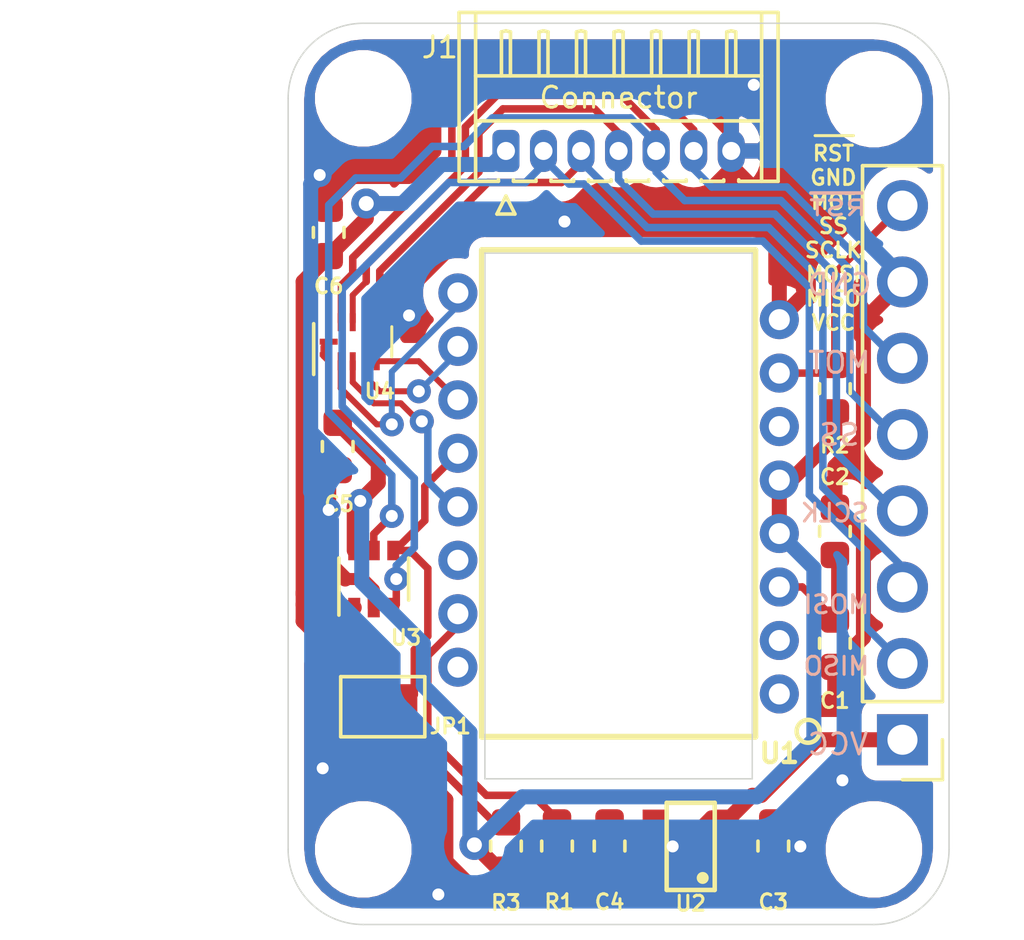
<source format=kicad_pcb>
(kicad_pcb (version 20171130) (host pcbnew "(5.1.5)-3")

  (general
    (thickness 1.6)
    (drawings 26)
    (tracks 303)
    (zones 0)
    (modules 20)
    (nets 19)
  )

  (page A4)
  (layers
    (0 F.Cu signal)
    (31 B.Cu signal)
    (32 B.Adhes user)
    (33 F.Adhes user)
    (34 B.Paste user)
    (35 F.Paste user)
    (36 B.SilkS user)
    (37 F.SilkS user)
    (38 B.Mask user)
    (39 F.Mask user)
    (40 Dwgs.User user)
    (41 Cmts.User user)
    (42 Eco1.User user hide)
    (43 Eco2.User user)
    (44 Edge.Cuts user)
    (45 Margin user)
    (46 B.CrtYd user)
    (47 F.CrtYd user)
    (48 B.Fab user)
    (49 F.Fab user)
  )

  (setup
    (last_trace_width 0.25)
    (user_trace_width 0.2)
    (user_trace_width 0.4)
    (user_trace_width 0.5)
    (trace_clearance 0.2)
    (zone_clearance 0.508)
    (zone_45_only no)
    (trace_min 0.2)
    (via_size 0.8)
    (via_drill 0.4)
    (via_min_size 0.4)
    (via_min_drill 0.3)
    (user_via 1 0.5)
    (uvia_size 0.3)
    (uvia_drill 0.1)
    (uvias_allowed no)
    (uvia_min_size 0.2)
    (uvia_min_drill 0.1)
    (edge_width 0.05)
    (segment_width 0.2)
    (pcb_text_width 0.3)
    (pcb_text_size 1.5 1.5)
    (mod_edge_width 0.12)
    (mod_text_size 1 1)
    (mod_text_width 0.15)
    (pad_size 1.3 1.3)
    (pad_drill 0.7)
    (pad_to_mask_clearance 0.051)
    (solder_mask_min_width 0.25)
    (aux_axis_origin 0 0)
    (grid_origin 110.3 83.625)
    (visible_elements 7FFFFFFF)
    (pcbplotparams
      (layerselection 0x010fc_ffffffff)
      (usegerberextensions false)
      (usegerberattributes false)
      (usegerberadvancedattributes false)
      (creategerberjobfile false)
      (excludeedgelayer true)
      (linewidth 0.100000)
      (plotframeref false)
      (viasonmask false)
      (mode 1)
      (useauxorigin false)
      (hpglpennumber 1)
      (hpglpenspeed 20)
      (hpglpendiameter 15.000000)
      (psnegative false)
      (psa4output false)
      (plotreference true)
      (plotvalue true)
      (plotinvisibletext false)
      (padsonsilk false)
      (subtractmaskfromsilk false)
      (outputformat 1)
      (mirror false)
      (drillshape 1)
      (scaleselection 1)
      (outputdirectory ""))
  )

  (net 0 "")
  (net 1 GND)
  (net 2 "Net-(C1-Pad1)")
  (net 3 VCC)
  (net 4 VDD)
  (net 5 /MOT-H)
  (net 6 /SS-H)
  (net 7 /SCLK-H)
  (net 8 /MOSI-H)
  (net 9 /MISO-H)
  (net 10 /NRESET)
  (net 11 /MISO)
  (net 12 "Net-(JP1-Pad2)")
  (net 13 "Net-(R1-Pad1)")
  (net 14 /SS)
  (net 15 /MOSI)
  (net 16 /SCLK)
  (net 17 /MOT)
  (net 18 "Net-(U2-Pad4)")

  (net_class Default "This is the default net class."
    (clearance 0.2)
    (trace_width 0.25)
    (via_dia 0.8)
    (via_drill 0.4)
    (uvia_dia 0.3)
    (uvia_drill 0.1)
    (add_net /MISO)
    (add_net /MISO-H)
    (add_net /MOSI)
    (add_net /MOSI-H)
    (add_net /MOT)
    (add_net /MOT-H)
    (add_net /NRESET)
    (add_net /SCLK)
    (add_net /SCLK-H)
    (add_net /SS)
    (add_net /SS-H)
    (add_net GND)
    (add_net "Net-(C1-Pad1)")
    (add_net "Net-(JP1-Pad2)")
    (add_net "Net-(R1-Pad1)")
    (add_net "Net-(U2-Pad4)")
    (add_net VCC)
    (add_net VDD)
  )

  (module PMW3360:SOT25 (layer F.Cu) (tedit 57E1BE70) (tstamp 60EEDFA6)
    (at 108.9 106.875 90)
    (path /60F0C6AC)
    (attr smd)
    (fp_text reference U2 (at -1.9 0 180) (layer F.SilkS)
      (effects (font (size 0.5 0.5) (thickness 0.1)))
    )
    (fp_text value "TCR2EF19,LM(CT" (at -5.35 0 270) (layer F.Fab) hide
      (effects (font (size 0.4 0.5) (thickness 0.1)))
    )
    (fp_circle (center -1.05 0.4) (end -0.95 0.4) (layer F.SilkS) (width 0.2))
    (fp_line (start -1.45 -0.8) (end 1.45 -0.8) (layer F.SilkS) (width 0.15))
    (fp_line (start 1.45 -0.8) (end 1.45 0.8) (layer F.SilkS) (width 0.15))
    (fp_line (start 1.45 0.8) (end -1.45 0.8) (layer F.SilkS) (width 0.15))
    (fp_line (start -1.45 0.8) (end -1.45 -0.8) (layer F.SilkS) (width 0.15))
    (pad 5 smd rect (at -0.95 -1.2 90) (size 0.55 0.8) (layers F.Cu F.Paste F.Mask)
      (net 4 VDD))
    (pad 4 smd rect (at 0.95 -1.2 90) (size 0.55 0.8) (layers F.Cu F.Paste F.Mask)
      (net 18 "Net-(U2-Pad4)"))
    (pad 3 smd rect (at 0.95 1.2 90) (size 0.55 0.8) (layers F.Cu F.Paste F.Mask)
      (net 3 VCC))
    (pad 2 smd rect (at 0 1.2 90) (size 0.55 0.8) (layers F.Cu F.Paste F.Mask)
      (net 1 GND))
    (pad 1 smd rect (at -0.95 1.2 90) (size 0.55 0.8) (layers F.Cu F.Paste F.Mask)
      (net 3 VCC))
  )

  (module Capacitor_SMD:C_0603_1608Metric (layer F.Cu) (tedit 5B301BBE) (tstamp 60EEDF49)
    (at 111.650001 106.8625 90)
    (descr "Capacitor SMD 0603 (1608 Metric), square (rectangular) end terminal, IPC_7351 nominal, (Body size source: http://www.tortai-tech.com/upload/download/2011102023233369053.pdf), generated with kicad-footprint-generator")
    (tags capacitor)
    (path /60F53215)
    (attr smd)
    (fp_text reference C3 (at -1.8625 -0.000001 180) (layer F.SilkS)
      (effects (font (size 0.5 0.5) (thickness 0.1)))
    )
    (fp_text value 1uF (at -2.4625 0.099999 180) (layer F.Fab)
      (effects (font (size 0.5 0.5) (thickness 0.1)))
    )
    (fp_text user %R (at 0 0 90) (layer F.Fab)
      (effects (font (size 0.4 0.4) (thickness 0.06)))
    )
    (fp_line (start 1.48 0.73) (end -1.48 0.73) (layer F.CrtYd) (width 0.05))
    (fp_line (start 1.48 -0.73) (end 1.48 0.73) (layer F.CrtYd) (width 0.05))
    (fp_line (start -1.48 -0.73) (end 1.48 -0.73) (layer F.CrtYd) (width 0.05))
    (fp_line (start -1.48 0.73) (end -1.48 -0.73) (layer F.CrtYd) (width 0.05))
    (fp_line (start -0.162779 0.51) (end 0.162779 0.51) (layer F.SilkS) (width 0.12))
    (fp_line (start -0.162779 -0.51) (end 0.162779 -0.51) (layer F.SilkS) (width 0.12))
    (fp_line (start 0.8 0.4) (end -0.8 0.4) (layer F.Fab) (width 0.1))
    (fp_line (start 0.8 -0.4) (end 0.8 0.4) (layer F.Fab) (width 0.1))
    (fp_line (start -0.8 -0.4) (end 0.8 -0.4) (layer F.Fab) (width 0.1))
    (fp_line (start -0.8 0.4) (end -0.8 -0.4) (layer F.Fab) (width 0.1))
    (pad 2 smd roundrect (at 0.7875 0 90) (size 0.875 0.95) (layers F.Cu F.Paste F.Mask) (roundrect_rratio 0.25)
      (net 1 GND))
    (pad 1 smd roundrect (at -0.7875 0 90) (size 0.875 0.95) (layers F.Cu F.Paste F.Mask) (roundrect_rratio 0.25)
      (net 3 VCC))
    (model ${KISYS3DMOD}/Capacitor_SMD.3dshapes/C_0603_1608Metric.wrl
      (at (xyz 0 0 0))
      (scale (xyz 1 1 1))
      (rotate (xyz 0 0 0))
    )
  )

  (module Resistor_SMD:R_0603_1608Metric (layer F.Cu) (tedit 5B301BBD) (tstamp 60EEA346)
    (at 113.7 91.6375 90)
    (descr "Resistor SMD 0603 (1608 Metric), square (rectangular) end terminal, IPC_7351 nominal, (Body size source: http://www.tortai-tech.com/upload/download/2011102023233369053.pdf), generated with kicad-footprint-generator")
    (tags resistor)
    (path /60F5E752)
    (attr smd)
    (fp_text reference R2 (at -1.8875 0) (layer F.SilkS)
      (effects (font (size 0.5 0.5) (thickness 0.1)))
    )
    (fp_text value 10k (at -0.0875 1 90) (layer F.Fab)
      (effects (font (size 0.5 0.5) (thickness 0.1)))
    )
    (fp_text user %R (at 0 0 90) (layer F.Fab)
      (effects (font (size 0.4 0.4) (thickness 0.06)))
    )
    (fp_line (start 1.48 0.73) (end -1.48 0.73) (layer F.CrtYd) (width 0.05))
    (fp_line (start 1.48 -0.73) (end 1.48 0.73) (layer F.CrtYd) (width 0.05))
    (fp_line (start -1.48 -0.73) (end 1.48 -0.73) (layer F.CrtYd) (width 0.05))
    (fp_line (start -1.48 0.73) (end -1.48 -0.73) (layer F.CrtYd) (width 0.05))
    (fp_line (start -0.162779 0.51) (end 0.162779 0.51) (layer F.SilkS) (width 0.12))
    (fp_line (start -0.162779 -0.51) (end 0.162779 -0.51) (layer F.SilkS) (width 0.12))
    (fp_line (start 0.8 0.4) (end -0.8 0.4) (layer F.Fab) (width 0.1))
    (fp_line (start 0.8 -0.4) (end 0.8 0.4) (layer F.Fab) (width 0.1))
    (fp_line (start -0.8 -0.4) (end 0.8 -0.4) (layer F.Fab) (width 0.1))
    (fp_line (start -0.8 0.4) (end -0.8 -0.4) (layer F.Fab) (width 0.1))
    (pad 2 smd roundrect (at 0.7875 0 90) (size 0.875 0.95) (layers F.Cu F.Paste F.Mask) (roundrect_rratio 0.25)
      (net 10 /NRESET))
    (pad 1 smd roundrect (at -0.7875 0 90) (size 0.875 0.95) (layers F.Cu F.Paste F.Mask) (roundrect_rratio 0.25)
      (net 4 VDD))
    (model ${KISYS3DMOD}/Resistor_SMD.3dshapes/R_0603_1608Metric.wrl
      (at (xyz 0 0 0))
      (scale (xyz 1 1 1))
      (rotate (xyz 0 0 0))
    )
  )

  (module Resistor_SMD:R_0603_1608Metric (layer F.Cu) (tedit 5B301BBD) (tstamp 60EEDCF6)
    (at 104.45 106.8625 270)
    (descr "Resistor SMD 0603 (1608 Metric), square (rectangular) end terminal, IPC_7351 nominal, (Body size source: http://www.tortai-tech.com/upload/download/2011102023233369053.pdf), generated with kicad-footprint-generator")
    (tags resistor)
    (path /60FA27C9)
    (attr smd)
    (fp_text reference R1 (at 1.8625 -0.075) (layer F.SilkS)
      (effects (font (size 0.5 0.5) (thickness 0.1)))
    )
    (fp_text value 39R (at 2.4875 -0.05) (layer F.Fab)
      (effects (font (size 0.5 0.5) (thickness 0.1)))
    )
    (fp_text user %R (at 0 0 90) (layer F.Fab)
      (effects (font (size 0.4 0.4) (thickness 0.06)))
    )
    (fp_line (start 1.48 0.73) (end -1.48 0.73) (layer F.CrtYd) (width 0.05))
    (fp_line (start 1.48 -0.73) (end 1.48 0.73) (layer F.CrtYd) (width 0.05))
    (fp_line (start -1.48 -0.73) (end 1.48 -0.73) (layer F.CrtYd) (width 0.05))
    (fp_line (start -1.48 0.73) (end -1.48 -0.73) (layer F.CrtYd) (width 0.05))
    (fp_line (start -0.162779 0.51) (end 0.162779 0.51) (layer F.SilkS) (width 0.12))
    (fp_line (start -0.162779 -0.51) (end 0.162779 -0.51) (layer F.SilkS) (width 0.12))
    (fp_line (start 0.8 0.4) (end -0.8 0.4) (layer F.Fab) (width 0.1))
    (fp_line (start 0.8 -0.4) (end 0.8 0.4) (layer F.Fab) (width 0.1))
    (fp_line (start -0.8 -0.4) (end 0.8 -0.4) (layer F.Fab) (width 0.1))
    (fp_line (start -0.8 0.4) (end -0.8 -0.4) (layer F.Fab) (width 0.1))
    (pad 2 smd roundrect (at 0.7875 0 270) (size 0.875 0.95) (layers F.Cu F.Paste F.Mask) (roundrect_rratio 0.25)
      (net 4 VDD))
    (pad 1 smd roundrect (at -0.7875 0 270) (size 0.875 0.95) (layers F.Cu F.Paste F.Mask) (roundrect_rratio 0.25)
      (net 13 "Net-(R1-Pad1)"))
    (model ${KISYS3DMOD}/Resistor_SMD.3dshapes/R_0603_1608Metric.wrl
      (at (xyz 0 0 0))
      (scale (xyz 1 1 1))
      (rotate (xyz 0 0 0))
    )
  )

  (module Connector_Hirose:Hirose_DF13-07P-1.25DS_1x07_P1.25mm_Horizontal (layer F.Cu) (tedit 5D246AAF) (tstamp 60EE923D)
    (at 102.75 83.725)
    (descr "Hirose DF13 through hole, DF13-07P-1.25DS, 7 Pins per row (https://www.hirose.com/product/en/products/DF13/DF13-4P-1.25DS%2820%29/), generated with kicad-footprint-generator")
    (tags "connector Hirose DF13 horizontal")
    (path /60F1FB23)
    (fp_text reference J1 (at -2.2 -3.45 180) (layer F.SilkS)
      (effects (font (size 0.7 0.7) (thickness 0.1)))
    )
    (fp_text value Connector (at 3.75 -1.775645) (layer F.SilkS)
      (effects (font (size 0.7 0.7) (thickness 0.1)))
    )
    (fp_text user %R (at 3.75 -3.8) (layer F.Fab)
      (effects (font (size 1 1) (thickness 0.15)))
    )
    (fp_line (start 9.45 -5) (end -1.95 -5) (layer F.CrtYd) (width 0.05))
    (fp_line (start 9.45 1.4) (end 9.45 -5) (layer F.CrtYd) (width 0.05))
    (fp_line (start -1.95 1.4) (end 9.45 1.4) (layer F.CrtYd) (width 0.05))
    (fp_line (start -1.95 -5) (end -1.95 1.4) (layer F.CrtYd) (width 0.05))
    (fp_line (start 0 0.192893) (end 0.5 0.9) (layer F.Fab) (width 0.1))
    (fp_line (start -0.5 0.9) (end 0 0.192893) (layer F.Fab) (width 0.1))
    (fp_line (start 0.3 2.1) (end 0 1.5) (layer F.SilkS) (width 0.12))
    (fp_line (start -0.3 2.1) (end 0.3 2.1) (layer F.SilkS) (width 0.12))
    (fp_line (start 0 1.5) (end -0.3 2.1) (layer F.SilkS) (width 0.12))
    (fp_line (start 7.25 1.01) (end 7.25 0.96) (layer F.SilkS) (width 0.12))
    (fp_line (start 6.5 1.01) (end 7.25 1.01) (layer F.SilkS) (width 0.12))
    (fp_line (start 6.5 0.96) (end 6.5 1.01) (layer F.SilkS) (width 0.12))
    (fp_line (start 7.65 -3.9625) (end 7.65 -2.5) (layer F.SilkS) (width 0.12))
    (fp_line (start 7.5 -4) (end 7.65 -3.9625) (layer F.SilkS) (width 0.12))
    (fp_line (start 7.35 -3.9625) (end 7.5 -4) (layer F.SilkS) (width 0.12))
    (fp_line (start 7.35 -2.5) (end 7.35 -3.9625) (layer F.SilkS) (width 0.12))
    (fp_line (start 6 1.01) (end 6 0.96) (layer F.SilkS) (width 0.12))
    (fp_line (start 5.25 1.01) (end 6 1.01) (layer F.SilkS) (width 0.12))
    (fp_line (start 5.25 0.96) (end 5.25 1.01) (layer F.SilkS) (width 0.12))
    (fp_line (start 6.4 -3.9625) (end 6.4 -2.5) (layer F.SilkS) (width 0.12))
    (fp_line (start 6.25 -4) (end 6.4 -3.9625) (layer F.SilkS) (width 0.12))
    (fp_line (start 6.1 -3.9625) (end 6.25 -4) (layer F.SilkS) (width 0.12))
    (fp_line (start 6.1 -2.5) (end 6.1 -3.9625) (layer F.SilkS) (width 0.12))
    (fp_line (start 4.75 1.01) (end 4.75 0.96) (layer F.SilkS) (width 0.12))
    (fp_line (start 4 1.01) (end 4.75 1.01) (layer F.SilkS) (width 0.12))
    (fp_line (start 4 0.96) (end 4 1.01) (layer F.SilkS) (width 0.12))
    (fp_line (start 5.15 -3.9625) (end 5.15 -2.5) (layer F.SilkS) (width 0.12))
    (fp_line (start 5 -4) (end 5.15 -3.9625) (layer F.SilkS) (width 0.12))
    (fp_line (start 4.85 -3.9625) (end 5 -4) (layer F.SilkS) (width 0.12))
    (fp_line (start 4.85 -2.5) (end 4.85 -3.9625) (layer F.SilkS) (width 0.12))
    (fp_line (start 3.5 1.01) (end 3.5 0.96) (layer F.SilkS) (width 0.12))
    (fp_line (start 2.75 1.01) (end 3.5 1.01) (layer F.SilkS) (width 0.12))
    (fp_line (start 2.75 0.96) (end 2.75 1.01) (layer F.SilkS) (width 0.12))
    (fp_line (start 3.9 -3.9625) (end 3.9 -2.5) (layer F.SilkS) (width 0.12))
    (fp_line (start 3.75 -4) (end 3.9 -3.9625) (layer F.SilkS) (width 0.12))
    (fp_line (start 3.6 -3.9625) (end 3.75 -4) (layer F.SilkS) (width 0.12))
    (fp_line (start 3.6 -2.5) (end 3.6 -3.9625) (layer F.SilkS) (width 0.12))
    (fp_line (start 2.25 1.01) (end 2.25 0.96) (layer F.SilkS) (width 0.12))
    (fp_line (start 1.5 1.01) (end 2.25 1.01) (layer F.SilkS) (width 0.12))
    (fp_line (start 1.5 0.96) (end 1.5 1.01) (layer F.SilkS) (width 0.12))
    (fp_line (start 2.65 -3.9625) (end 2.65 -2.5) (layer F.SilkS) (width 0.12))
    (fp_line (start 2.5 -4) (end 2.65 -3.9625) (layer F.SilkS) (width 0.12))
    (fp_line (start 2.35 -3.9625) (end 2.5 -4) (layer F.SilkS) (width 0.12))
    (fp_line (start 2.35 -2.5) (end 2.35 -3.9625) (layer F.SilkS) (width 0.12))
    (fp_line (start 1 1.01) (end 1 0.96) (layer F.SilkS) (width 0.12))
    (fp_line (start 0.25 1.01) (end 1 1.01) (layer F.SilkS) (width 0.12))
    (fp_line (start 0.25 0.96) (end 0.25 1.01) (layer F.SilkS) (width 0.12))
    (fp_line (start 1.4 -3.9625) (end 1.4 -2.5) (layer F.SilkS) (width 0.12))
    (fp_line (start 1.25 -4) (end 1.4 -3.9625) (layer F.SilkS) (width 0.12))
    (fp_line (start 1.1 -3.9625) (end 1.25 -4) (layer F.SilkS) (width 0.12))
    (fp_line (start 1.1 -2.5) (end 1.1 -3.9625) (layer F.SilkS) (width 0.12))
    (fp_line (start 0.15 -3.9625) (end 0.15 -2.5) (layer F.SilkS) (width 0.12))
    (fp_line (start 0 -4) (end 0.15 -3.9625) (layer F.SilkS) (width 0.12))
    (fp_line (start -0.15 -3.9625) (end 0 -4) (layer F.SilkS) (width 0.12))
    (fp_line (start -0.15 -2.5) (end -0.15 -3.9625) (layer F.SilkS) (width 0.12))
    (fp_line (start 8.51 -4.61) (end 8.51 1.01) (layer F.SilkS) (width 0.12))
    (fp_line (start -1.01 -4.61) (end -1.01 1.01) (layer F.SilkS) (width 0.12))
    (fp_line (start -1.01 -1) (end 8.51 -1) (layer F.SilkS) (width 0.12))
    (fp_line (start -1.01 -2.5) (end 8.51 -2.5) (layer F.SilkS) (width 0.12))
    (fp_line (start 7.75 1.01) (end 7.75 0.96) (layer F.SilkS) (width 0.12))
    (fp_line (start 9.06 1.01) (end 7.75 1.01) (layer F.SilkS) (width 0.12))
    (fp_line (start 9.06 -4.61) (end 9.06 1.01) (layer F.SilkS) (width 0.12))
    (fp_line (start -1.56 -4.61) (end 9.06 -4.61) (layer F.SilkS) (width 0.12))
    (fp_line (start -1.56 1.01) (end -1.56 -4.61) (layer F.SilkS) (width 0.12))
    (fp_line (start -0.25 1.01) (end -1.56 1.01) (layer F.SilkS) (width 0.12))
    (fp_line (start -0.25 0.96) (end -0.25 1.01) (layer F.SilkS) (width 0.12))
    (fp_line (start 8.95 -4.5) (end -1.45 -4.5) (layer F.Fab) (width 0.1))
    (fp_line (start 8.95 0.9) (end 8.95 -4.5) (layer F.Fab) (width 0.1))
    (fp_line (start -1.45 0.9) (end 8.95 0.9) (layer F.Fab) (width 0.1))
    (fp_line (start -1.45 -4.5) (end -1.45 0.9) (layer F.Fab) (width 0.1))
    (pad 7 thru_hole oval (at 7.5 0) (size 0.9 1.4) (drill 0.6) (layers *.Cu *.Mask)
      (net 1 GND))
    (pad 6 thru_hole oval (at 6.25 0) (size 0.9 1.4) (drill 0.6) (layers *.Cu *.Mask)
      (net 5 /MOT-H))
    (pad 5 thru_hole oval (at 5 0) (size 0.9 1.4) (drill 0.6) (layers *.Cu *.Mask)
      (net 6 /SS-H))
    (pad 4 thru_hole oval (at 3.75 0) (size 0.9 1.4) (drill 0.6) (layers *.Cu *.Mask)
      (net 7 /SCLK-H))
    (pad 3 thru_hole oval (at 2.5 0) (size 0.9 1.4) (drill 0.6) (layers *.Cu *.Mask)
      (net 8 /MOSI-H))
    (pad 2 thru_hole oval (at 1.25 0) (size 0.9 1.4) (drill 0.6) (layers *.Cu *.Mask)
      (net 9 /MISO-H))
    (pad 1 thru_hole roundrect (at 0 0) (size 0.9 1.4) (drill 0.6) (layers *.Cu *.Mask) (roundrect_rratio 0.25)
      (net 3 VCC))
    (model ${KISYS3DMOD}/Connector_Hirose.3dshapes/Hirose_DF13-07P-1.25DS_1x07_P1.25mm_Horizontal.wrl
      (at (xyz 0 0 0))
      (scale (xyz 1 1 1))
      (rotate (xyz 0 0 0))
    )
  )

  (module Capacitor_SMD:C_0603_1608Metric (layer F.Cu) (tedit 5B301BBE) (tstamp 60EDEEBF)
    (at 96.85 86.4375 90)
    (descr "Capacitor SMD 0603 (1608 Metric), square (rectangular) end terminal, IPC_7351 nominal, (Body size source: http://www.tortai-tech.com/upload/download/2011102023233369053.pdf), generated with kicad-footprint-generator")
    (tags capacitor)
    (path /60F0FA9B)
    (attr smd)
    (fp_text reference C6 (at -1.7875 0 180) (layer F.SilkS)
      (effects (font (size 0.5 0.5) (thickness 0.1)))
    )
    (fp_text value 0.1uF (at -0.0125 1.125 270) (layer F.Fab)
      (effects (font (size 0.5 0.5) (thickness 0.1)))
    )
    (fp_text user %R (at 0 0 90) (layer F.Fab)
      (effects (font (size 0.4 0.4) (thickness 0.06)))
    )
    (fp_line (start 1.48 0.73) (end -1.48 0.73) (layer F.CrtYd) (width 0.05))
    (fp_line (start 1.48 -0.73) (end 1.48 0.73) (layer F.CrtYd) (width 0.05))
    (fp_line (start -1.48 -0.73) (end 1.48 -0.73) (layer F.CrtYd) (width 0.05))
    (fp_line (start -1.48 0.73) (end -1.48 -0.73) (layer F.CrtYd) (width 0.05))
    (fp_line (start -0.162779 0.51) (end 0.162779 0.51) (layer F.SilkS) (width 0.12))
    (fp_line (start -0.162779 -0.51) (end 0.162779 -0.51) (layer F.SilkS) (width 0.12))
    (fp_line (start 0.8 0.4) (end -0.8 0.4) (layer F.Fab) (width 0.1))
    (fp_line (start 0.8 -0.4) (end 0.8 0.4) (layer F.Fab) (width 0.1))
    (fp_line (start -0.8 -0.4) (end 0.8 -0.4) (layer F.Fab) (width 0.1))
    (fp_line (start -0.8 0.4) (end -0.8 -0.4) (layer F.Fab) (width 0.1))
    (pad 2 smd roundrect (at 0.7875 0 90) (size 0.875 0.95) (layers F.Cu F.Paste F.Mask) (roundrect_rratio 0.25)
      (net 1 GND))
    (pad 1 smd roundrect (at -0.7875 0 90) (size 0.875 0.95) (layers F.Cu F.Paste F.Mask) (roundrect_rratio 0.25)
      (net 3 VCC))
    (model ${KISYS3DMOD}/Capacitor_SMD.3dshapes/C_0603_1608Metric.wrl
      (at (xyz 0 0 0))
      (scale (xyz 1 1 1))
      (rotate (xyz 0 0 0))
    )
  )

  (module Capacitor_SMD:C_0603_1608Metric (layer F.Cu) (tedit 5B301BBE) (tstamp 60EDD29B)
    (at 97.15 93.5625 90)
    (descr "Capacitor SMD 0603 (1608 Metric), square (rectangular) end terminal, IPC_7351 nominal, (Body size source: http://www.tortai-tech.com/upload/download/2011102023233369053.pdf), generated with kicad-footprint-generator")
    (tags capacitor)
    (path /60F10E03)
    (attr smd)
    (fp_text reference C5 (at -1.9125 0.05 180) (layer F.SilkS)
      (effects (font (size 0.5 0.5) (thickness 0.1)))
    )
    (fp_text value 0.1uF (at -0.0125 1.125 90) (layer F.Fab)
      (effects (font (size 0.5 0.5) (thickness 0.1)))
    )
    (fp_text user %R (at 0 0 90) (layer F.Fab)
      (effects (font (size 0.4 0.4) (thickness 0.06)))
    )
    (fp_line (start 1.48 0.73) (end -1.48 0.73) (layer F.CrtYd) (width 0.05))
    (fp_line (start 1.48 -0.73) (end 1.48 0.73) (layer F.CrtYd) (width 0.05))
    (fp_line (start -1.48 -0.73) (end 1.48 -0.73) (layer F.CrtYd) (width 0.05))
    (fp_line (start -1.48 0.73) (end -1.48 -0.73) (layer F.CrtYd) (width 0.05))
    (fp_line (start -0.162779 0.51) (end 0.162779 0.51) (layer F.SilkS) (width 0.12))
    (fp_line (start -0.162779 -0.51) (end 0.162779 -0.51) (layer F.SilkS) (width 0.12))
    (fp_line (start 0.8 0.4) (end -0.8 0.4) (layer F.Fab) (width 0.1))
    (fp_line (start 0.8 -0.4) (end 0.8 0.4) (layer F.Fab) (width 0.1))
    (fp_line (start -0.8 -0.4) (end 0.8 -0.4) (layer F.Fab) (width 0.1))
    (fp_line (start -0.8 0.4) (end -0.8 -0.4) (layer F.Fab) (width 0.1))
    (pad 2 smd roundrect (at 0.7875 0 90) (size 0.875 0.95) (layers F.Cu F.Paste F.Mask) (roundrect_rratio 0.25)
      (net 4 VDD))
    (pad 1 smd roundrect (at -0.7875 0 90) (size 0.875 0.95) (layers F.Cu F.Paste F.Mask) (roundrect_rratio 0.25)
      (net 1 GND))
    (model ${KISYS3DMOD}/Capacitor_SMD.3dshapes/C_0603_1608Metric.wrl
      (at (xyz 0 0 0))
      (scale (xyz 1 1 1))
      (rotate (xyz 0 0 0))
    )
  )

  (module Resistor_SMD:R_0603_1608Metric (layer F.Cu) (tedit 5B301BBD) (tstamp 60EEDCC6)
    (at 102.75 106.8625 90)
    (descr "Resistor SMD 0603 (1608 Metric), square (rectangular) end terminal, IPC_7351 nominal, (Body size source: http://www.tortai-tech.com/upload/download/2011102023233369053.pdf), generated with kicad-footprint-generator")
    (tags resistor)
    (path /60FFFE36)
    (attr smd)
    (fp_text reference R3 (at -1.8875 0) (layer F.SilkS)
      (effects (font (size 0.5 0.5) (thickness 0.1)))
    )
    (fp_text value 10k (at -2.5375 0) (layer F.Fab)
      (effects (font (size 0.5 0.5) (thickness 0.1)))
    )
    (fp_text user %R (at 0 0 90) (layer F.Fab)
      (effects (font (size 0.4 0.4) (thickness 0.06)))
    )
    (fp_line (start 1.48 0.73) (end -1.48 0.73) (layer F.CrtYd) (width 0.05))
    (fp_line (start 1.48 -0.73) (end 1.48 0.73) (layer F.CrtYd) (width 0.05))
    (fp_line (start -1.48 -0.73) (end 1.48 -0.73) (layer F.CrtYd) (width 0.05))
    (fp_line (start -1.48 0.73) (end -1.48 -0.73) (layer F.CrtYd) (width 0.05))
    (fp_line (start -0.162779 0.51) (end 0.162779 0.51) (layer F.SilkS) (width 0.12))
    (fp_line (start -0.162779 -0.51) (end 0.162779 -0.51) (layer F.SilkS) (width 0.12))
    (fp_line (start 0.8 0.4) (end -0.8 0.4) (layer F.Fab) (width 0.1))
    (fp_line (start 0.8 -0.4) (end 0.8 0.4) (layer F.Fab) (width 0.1))
    (fp_line (start -0.8 -0.4) (end 0.8 -0.4) (layer F.Fab) (width 0.1))
    (fp_line (start -0.8 0.4) (end -0.8 -0.4) (layer F.Fab) (width 0.1))
    (pad 2 smd roundrect (at 0.7875 0 90) (size 0.875 0.95) (layers F.Cu F.Paste F.Mask) (roundrect_rratio 0.25)
      (net 12 "Net-(JP1-Pad2)"))
    (pad 1 smd roundrect (at -0.7875 0 90) (size 0.875 0.95) (layers F.Cu F.Paste F.Mask) (roundrect_rratio 0.25)
      (net 4 VDD))
    (model ${KISYS3DMOD}/Resistor_SMD.3dshapes/R_0603_1608Metric.wrl
      (at (xyz 0 0 0))
      (scale (xyz 1 1 1))
      (rotate (xyz 0 0 0))
    )
  )

  (module Capacitor_SMD:C_0603_1608Metric (layer F.Cu) (tedit 5B301BBE) (tstamp 60EEDF79)
    (at 106.2 106.8625 90)
    (descr "Capacitor SMD 0603 (1608 Metric), square (rectangular) end terminal, IPC_7351 nominal, (Body size source: http://www.tortai-tech.com/upload/download/2011102023233369053.pdf), generated with kicad-footprint-generator")
    (tags capacitor)
    (path /60F524E7)
    (attr smd)
    (fp_text reference C4 (at -1.8625 0 180) (layer F.SilkS)
      (effects (font (size 0.5 0.5) (thickness 0.1)))
    )
    (fp_text value 1uF (at -2.4625 0 180) (layer F.Fab)
      (effects (font (size 0.5 0.5) (thickness 0.1)))
    )
    (fp_text user %R (at 0 0 90) (layer F.Fab)
      (effects (font (size 0.4 0.4) (thickness 0.06)))
    )
    (fp_line (start 1.48 0.73) (end -1.48 0.73) (layer F.CrtYd) (width 0.05))
    (fp_line (start 1.48 -0.73) (end 1.48 0.73) (layer F.CrtYd) (width 0.05))
    (fp_line (start -1.48 -0.73) (end 1.48 -0.73) (layer F.CrtYd) (width 0.05))
    (fp_line (start -1.48 0.73) (end -1.48 -0.73) (layer F.CrtYd) (width 0.05))
    (fp_line (start -0.162779 0.51) (end 0.162779 0.51) (layer F.SilkS) (width 0.12))
    (fp_line (start -0.162779 -0.51) (end 0.162779 -0.51) (layer F.SilkS) (width 0.12))
    (fp_line (start 0.8 0.4) (end -0.8 0.4) (layer F.Fab) (width 0.1))
    (fp_line (start 0.8 -0.4) (end 0.8 0.4) (layer F.Fab) (width 0.1))
    (fp_line (start -0.8 -0.4) (end 0.8 -0.4) (layer F.Fab) (width 0.1))
    (fp_line (start -0.8 0.4) (end -0.8 -0.4) (layer F.Fab) (width 0.1))
    (pad 2 smd roundrect (at 0.7875 0 90) (size 0.875 0.95) (layers F.Cu F.Paste F.Mask) (roundrect_rratio 0.25)
      (net 1 GND))
    (pad 1 smd roundrect (at -0.7875 0 90) (size 0.875 0.95) (layers F.Cu F.Paste F.Mask) (roundrect_rratio 0.25)
      (net 4 VDD))
    (model ${KISYS3DMOD}/Capacitor_SMD.3dshapes/C_0603_1608Metric.wrl
      (at (xyz 0 0 0))
      (scale (xyz 1 1 1))
      (rotate (xyz 0 0 0))
    )
  )

  (module Capacitor_SMD:C_0603_1608Metric (layer F.Cu) (tedit 5B301BBE) (tstamp 60EEE5D6)
    (at 113.7 96.3875 90)
    (descr "Capacitor SMD 0603 (1608 Metric), square (rectangular) end terminal, IPC_7351 nominal, (Body size source: http://www.tortai-tech.com/upload/download/2011102023233369053.pdf), generated with kicad-footprint-generator")
    (tags capacitor)
    (path /60F4ABA7)
    (attr smd)
    (fp_text reference C2 (at 1.8125 0) (layer F.SilkS)
      (effects (font (size 0.5 0.5) (thickness 0.1)))
    )
    (fp_text value 0.1uF (at -0.1875 1 90) (layer F.Fab)
      (effects (font (size 0.5 0.5) (thickness 0.1)))
    )
    (fp_text user %R (at 0 0 90) (layer F.Fab)
      (effects (font (size 0.4 0.4) (thickness 0.06)))
    )
    (fp_line (start 1.48 0.73) (end -1.48 0.73) (layer F.CrtYd) (width 0.05))
    (fp_line (start 1.48 -0.73) (end 1.48 0.73) (layer F.CrtYd) (width 0.05))
    (fp_line (start -1.48 -0.73) (end 1.48 -0.73) (layer F.CrtYd) (width 0.05))
    (fp_line (start -1.48 0.73) (end -1.48 -0.73) (layer F.CrtYd) (width 0.05))
    (fp_line (start -0.162779 0.51) (end 0.162779 0.51) (layer F.SilkS) (width 0.12))
    (fp_line (start -0.162779 -0.51) (end 0.162779 -0.51) (layer F.SilkS) (width 0.12))
    (fp_line (start 0.8 0.4) (end -0.8 0.4) (layer F.Fab) (width 0.1))
    (fp_line (start 0.8 -0.4) (end 0.8 0.4) (layer F.Fab) (width 0.1))
    (fp_line (start -0.8 -0.4) (end 0.8 -0.4) (layer F.Fab) (width 0.1))
    (fp_line (start -0.8 0.4) (end -0.8 -0.4) (layer F.Fab) (width 0.1))
    (pad 2 smd roundrect (at 0.7875 0 90) (size 0.875 0.95) (layers F.Cu F.Paste F.Mask) (roundrect_rratio 0.25)
      (net 1 GND))
    (pad 1 smd roundrect (at -0.7875 0 90) (size 0.875 0.95) (layers F.Cu F.Paste F.Mask) (roundrect_rratio 0.25)
      (net 2 "Net-(C1-Pad1)"))
    (model ${KISYS3DMOD}/Capacitor_SMD.3dshapes/C_0603_1608Metric.wrl
      (at (xyz 0 0 0))
      (scale (xyz 1 1 1))
      (rotate (xyz 0 0 0))
    )
  )

  (module Capacitor_SMD:C_0603_1608Metric (layer F.Cu) (tedit 5B301BBE) (tstamp 60EEA6A7)
    (at 113.7 100.1125 270)
    (descr "Capacitor SMD 0603 (1608 Metric), square (rectangular) end terminal, IPC_7351 nominal, (Body size source: http://www.tortai-tech.com/upload/download/2011102023233369053.pdf), generated with kicad-footprint-generator")
    (tags capacitor)
    (path /60F4A2D9)
    (attr smd)
    (fp_text reference C1 (at 1.9125 0) (layer F.SilkS)
      (effects (font (size 0.5 0.5) (thickness 0.1)))
    )
    (fp_text value 4.7uF (at 0.1125 -1 90) (layer F.Fab)
      (effects (font (size 0.5 0.5) (thickness 0.1)))
    )
    (fp_text user %R (at 0 0 90) (layer F.Fab)
      (effects (font (size 0.4 0.4) (thickness 0.06)))
    )
    (fp_line (start 1.48 0.73) (end -1.48 0.73) (layer F.CrtYd) (width 0.05))
    (fp_line (start 1.48 -0.73) (end 1.48 0.73) (layer F.CrtYd) (width 0.05))
    (fp_line (start -1.48 -0.73) (end 1.48 -0.73) (layer F.CrtYd) (width 0.05))
    (fp_line (start -1.48 0.73) (end -1.48 -0.73) (layer F.CrtYd) (width 0.05))
    (fp_line (start -0.162779 0.51) (end 0.162779 0.51) (layer F.SilkS) (width 0.12))
    (fp_line (start -0.162779 -0.51) (end 0.162779 -0.51) (layer F.SilkS) (width 0.12))
    (fp_line (start 0.8 0.4) (end -0.8 0.4) (layer F.Fab) (width 0.1))
    (fp_line (start 0.8 -0.4) (end 0.8 0.4) (layer F.Fab) (width 0.1))
    (fp_line (start -0.8 -0.4) (end 0.8 -0.4) (layer F.Fab) (width 0.1))
    (fp_line (start -0.8 0.4) (end -0.8 -0.4) (layer F.Fab) (width 0.1))
    (pad 2 smd roundrect (at 0.7875 0 270) (size 0.875 0.95) (layers F.Cu F.Paste F.Mask) (roundrect_rratio 0.25)
      (net 1 GND))
    (pad 1 smd roundrect (at -0.7875 0 270) (size 0.875 0.95) (layers F.Cu F.Paste F.Mask) (roundrect_rratio 0.25)
      (net 2 "Net-(C1-Pad1)"))
    (model ${KISYS3DMOD}/Capacitor_SMD.3dshapes/C_0603_1608Metric.wrl
      (at (xyz 0 0 0))
      (scale (xyz 1 1 1))
      (rotate (xyz 0 0 0))
    )
  )

  (module Package_TO_SOT_SMD:SOT-363_SC-70-6 (layer F.Cu) (tedit 5A02FF57) (tstamp 60EEFA88)
    (at 98.35 97.975 90)
    (descr "SOT-363, SC-70-6")
    (tags "SOT-363 SC-70-6")
    (path /60F11BF6)
    (attr smd)
    (fp_text reference U3 (at -1.95 1.075 180) (layer F.SilkS)
      (effects (font (size 0.5 0.5) (thickness 0.1)))
    )
    (fp_text value SN74LVC1T45QDCKRQ1 (at -0.15 -7.1) (layer F.Fab)
      (effects (font (size 0.5 0.5) (thickness 0.1)))
    )
    (fp_line (start -0.175 -1.1) (end -0.675 -0.6) (layer F.Fab) (width 0.1))
    (fp_line (start 0.675 1.1) (end -0.675 1.1) (layer F.Fab) (width 0.1))
    (fp_line (start 0.675 -1.1) (end 0.675 1.1) (layer F.Fab) (width 0.1))
    (fp_line (start -1.6 1.4) (end 1.6 1.4) (layer F.CrtYd) (width 0.05))
    (fp_line (start -0.675 -0.6) (end -0.675 1.1) (layer F.Fab) (width 0.1))
    (fp_line (start 0.675 -1.1) (end -0.175 -1.1) (layer F.Fab) (width 0.1))
    (fp_line (start -1.6 -1.4) (end 1.6 -1.4) (layer F.CrtYd) (width 0.05))
    (fp_line (start -1.6 -1.4) (end -1.6 1.4) (layer F.CrtYd) (width 0.05))
    (fp_line (start 1.6 1.4) (end 1.6 -1.4) (layer F.CrtYd) (width 0.05))
    (fp_line (start -0.7 1.16) (end 0.7 1.16) (layer F.SilkS) (width 0.12))
    (fp_line (start 0.7 -1.16) (end -1.2 -1.16) (layer F.SilkS) (width 0.12))
    (fp_text user %R (at 0 0) (layer F.Fab)
      (effects (font (size 0.5 0.5) (thickness 0.075)))
    )
    (pad 6 smd rect (at 0.95 -0.65 90) (size 0.65 0.4) (layers F.Cu F.Paste F.Mask)
      (net 4 VDD))
    (pad 4 smd rect (at 0.95 0.65 90) (size 0.65 0.4) (layers F.Cu F.Paste F.Mask)
      (net 11 /MISO))
    (pad 2 smd rect (at -0.95 0 90) (size 0.65 0.4) (layers F.Cu F.Paste F.Mask)
      (net 1 GND))
    (pad 5 smd rect (at 0.95 0 90) (size 0.65 0.4) (layers F.Cu F.Paste F.Mask)
      (net 6 /SS-H))
    (pad 3 smd rect (at -0.95 0.65 90) (size 0.65 0.4) (layers F.Cu F.Paste F.Mask)
      (net 9 /MISO-H))
    (pad 1 smd rect (at -0.95 -0.65 90) (size 0.65 0.4) (layers F.Cu F.Paste F.Mask)
      (net 3 VCC))
    (model ${KISYS3DMOD}/Package_TO_SOT_SMD.3dshapes/SOT-363_SC-70-6.wrl
      (at (xyz 0 0 0))
      (scale (xyz 1 1 1))
      (rotate (xyz 0 0 0))
    )
  )

  (module PMW3360:PMW3360 (layer F.Cu) (tedit 60ED606D) (tstamp 60EEB2CF)
    (at 106.5 95.125 180)
    (descr <b>PMW3360</b><br>)
    (path /60F011DC)
    (fp_text reference U1 (at -5.35 -8.65) (layer F.SilkS)
      (effects (font (size 0.64 0.64) (thickness 0.15)))
    )
    (fp_text value PMW3360DM-T2QU (at 0.35 -7.2) (layer Dwgs.User)
      (effects (font (size 0.64 0.64) (thickness 0.15)))
    )
    (fp_poly (pts (xy 4.3 7.81) (xy -4.3 7.81) (xy -4.3 -9.46) (xy 4.3 -9.46)) (layer Eco1.User) (width 0.1))
    (fp_poly (pts (xy -4.445 -7.9375) (xy 4.445 -7.9375) (xy 4.445 7.9375) (xy -4.445 7.9375)) (layer Dwgs.User) (width 0.127))
    (fp_poly (pts (xy -4.445 -7.9375) (xy 4.445 -7.9375) (xy 4.445 7.9375) (xy -4.445 7.9375)) (layer Dwgs.User) (width 0.127))
    (fp_circle (center -6.313 -7.904) (end -5.894313 -7.904) (layer Dwgs.User) (width 0.2))
    (fp_line (start -4.55 -8.1) (end -4.55 8.1) (layer F.SilkS) (width 0.2))
    (fp_line (start 4.55 -8.1) (end -4.55 -8.1) (layer F.SilkS) (width 0.2))
    (fp_line (start 4.55 8.1) (end 4.55 -8.1) (layer F.SilkS) (width 0.2))
    (fp_line (start -4.55 8.1) (end 4.55 8.1) (layer F.SilkS) (width 0.2))
    (fp_line (start 4.55 8.1) (end -4.55 8.1) (layer F.Fab) (width 0.2))
    (fp_line (start 4.55 -8.1) (end 4.55 8.1) (layer F.Fab) (width 0.2))
    (fp_line (start -4.55 -8.1) (end 4.55 -8.1) (layer F.Fab) (width 0.2))
    (fp_line (start -4.55 8.1) (end -4.55 -8.1) (layer F.Fab) (width 0.2))
    (pad 16 thru_hole circle (at 5.35 -5.785 180) (size 1.3 1.3) (drill 0.7) (layers *.Cu *.Mask))
    (pad 15 thru_hole circle (at 5.35 -4.005 180) (size 1.3 1.3) (drill 0.7) (layers *.Cu *.Mask)
      (net 13 "Net-(R1-Pad1)"))
    (pad 14 thru_hole circle (at 5.35 -2.225 180) (size 1.3 1.3) (drill 0.7) (layers *.Cu *.Mask))
    (pad 13 thru_hole circle (at 5.35 -0.445 180) (size 1.3 1.3) (drill 0.7) (layers *.Cu *.Mask)
      (net 14 /SS))
    (pad 12 thru_hole circle (at 5.35 1.335 180) (size 1.3 1.3) (drill 0.7) (layers *.Cu *.Mask)
      (net 11 /MISO))
    (pad 11 thru_hole circle (at 5.35 3.115 180) (size 1.3 1.3) (drill 0.7) (layers *.Cu *.Mask)
      (net 15 /MOSI))
    (pad 10 thru_hole circle (at 5.35 4.895 180) (size 1.3 1.3) (drill 0.7) (layers *.Cu *.Mask)
      (net 16 /SCLK))
    (pad 9 thru_hole circle (at 5.35 6.675 180) (size 1.3 1.3) (drill 0.7) (layers *.Cu *.Mask)
      (net 17 /MOT))
    (pad 8 thru_hole circle (at -5.35 5.785 180) (size 1.3 1.3) (drill 0.7) (layers *.Cu *.Mask)
      (net 1 GND))
    (pad 7 thru_hole circle (at -5.35 4.005 180) (size 1.3 1.3) (drill 0.7) (layers *.Cu *.Mask)
      (net 10 /NRESET))
    (pad 6 thru_hole circle (at -5.35 2.225 180) (size 1.3 1.3) (drill 0.7) (layers *.Cu *.Mask))
    (pad 5 thru_hole circle (at -5.35 0.445 180) (size 1.3 1.3) (drill 0.7) (layers *.Cu *.Mask)
      (net 4 VDD))
    (pad 4 thru_hole circle (at -5.35 -1.335 180) (size 1.3 1.3) (drill 0.7) (layers *.Cu *.Mask)
      (net 4 VDD))
    (pad 3 thru_hole circle (at -5.35 -3.115 180) (size 1.3 1.3) (drill 0.7) (layers *.Cu *.Mask)
      (net 2 "Net-(C1-Pad1)"))
    (pad 2 thru_hole circle (at -5.35 -4.895 180) (size 1.3 1.3) (drill 0.7) (layers *.Cu *.Mask))
    (pad 1 thru_hole circle (at -5.35 -6.675 180) (size 1.3 1.3) (drill 0.7) (layers *.Cu *.Mask))
  )

  (module MountingHole:MountingHole_2.2mm_M2 (layer F.Cu) (tedit 56D1B4CB) (tstamp 60EEDD1D)
    (at 115 106.975)
    (descr "Mounting Hole 2.2mm, no annular, M2")
    (tags "mounting hole 2.2mm no annular m2")
    (attr virtual)
    (fp_text reference REF** (at 5 0) (layer F.SilkS) hide
      (effects (font (size 1 1) (thickness 0.15)))
    )
    (fp_text value MountingHole_2.2mm_M2 (at 12 1.5) (layer F.Fab) hide
      (effects (font (size 1 1) (thickness 0.15)))
    )
    (fp_circle (center 0 0) (end 2.45 0) (layer F.CrtYd) (width 0.05))
    (fp_circle (center 0 0) (end 2.2 0) (layer Cmts.User) (width 0.15))
    (fp_text user %R (at 0.3 0) (layer F.Fab) hide
      (effects (font (size 1 1) (thickness 0.15)))
    )
    (pad 1 np_thru_hole circle (at 0 0) (size 2.2 2.2) (drill 2.2) (layers *.Cu *.Mask))
  )

  (module MountingHole:MountingHole_2.2mm_M2 (layer F.Cu) (tedit 56D1B4CB) (tstamp 60EED05E)
    (at 98 106.975)
    (descr "Mounting Hole 2.2mm, no annular, M2")
    (tags "mounting hole 2.2mm no annular m2")
    (attr virtual)
    (fp_text reference REF** (at -5 0) (layer F.SilkS) hide
      (effects (font (size 1 1) (thickness 0.15)))
    )
    (fp_text value MountingHole_2.2mm_M2 (at -12 1.5) (layer F.Fab) hide
      (effects (font (size 1 1) (thickness 0.15)))
    )
    (fp_circle (center 0 0) (end 2.45 0) (layer F.CrtYd) (width 0.05))
    (fp_circle (center 0 0) (end 2.2 0) (layer Cmts.User) (width 0.15))
    (fp_text user %R (at 0.3 0) (layer F.Fab) hide
      (effects (font (size 1 1) (thickness 0.15)))
    )
    (pad 1 np_thru_hole circle (at 0 0) (size 2.2 2.2) (drill 2.2) (layers *.Cu *.Mask))
  )

  (module MountingHole:MountingHole_2.2mm_M2 (layer F.Cu) (tedit 56D1B4CB) (tstamp 60EE991C)
    (at 98 81.975)
    (descr "Mounting Hole 2.2mm, no annular, M2")
    (tags "mounting hole 2.2mm no annular m2")
    (attr virtual)
    (fp_text reference REF** (at -4.5 -1.5) (layer F.SilkS) hide
      (effects (font (size 1 1) (thickness 0.15)))
    )
    (fp_text value MountingHole_2.2mm_M2 (at -12 0.5) (layer F.Fab) hide
      (effects (font (size 1 1) (thickness 0.15)))
    )
    (fp_circle (center 0 0) (end 2.45 0) (layer F.CrtYd) (width 0.05))
    (fp_circle (center 0 0) (end 2.2 0) (layer Cmts.User) (width 0.15))
    (fp_text user %R (at 0.3 0) (layer F.Fab) hide
      (effects (font (size 1 1) (thickness 0.15)))
    )
    (pad 1 np_thru_hole circle (at 0 0) (size 2.2 2.2) (drill 2.2) (layers *.Cu *.Mask))
  )

  (module MountingHole:MountingHole_2.2mm_M2 (layer F.Cu) (tedit 56D1B4CB) (tstamp 60EE9443)
    (at 115 82)
    (descr "Mounting Hole 2.2mm, no annular, M2")
    (tags "mounting hole 2.2mm no annular m2")
    (attr virtual)
    (fp_text reference REF** (at 5 -1.5) (layer F.SilkS) hide
      (effects (font (size 1 1) (thickness 0.15)))
    )
    (fp_text value MountingHole_2.2mm_M2 (at 12 0) (layer F.Fab) hide
      (effects (font (size 1 1) (thickness 0.15)))
    )
    (fp_circle (center 0 0) (end 2.45 0) (layer F.CrtYd) (width 0.05))
    (fp_circle (center 0 0) (end 2.2 0) (layer Cmts.User) (width 0.15))
    (fp_text user %R (at 0.3 0) (layer F.Fab) hide
      (effects (font (size 1 1) (thickness 0.15)))
    )
    (pad 1 np_thru_hole circle (at 0 0) (size 2.2 2.2) (drill 2.2) (layers *.Cu *.Mask))
  )

  (module Package_DFN_QFN:Texas_R_PUQFN-N12 (layer F.Cu) (tedit 5A0AA2C1) (tstamp 60EEFA39)
    (at 97.65 90.075 90)
    (descr "Texas_R_PUQFN-N12 http://www.ti.com/lit/ds/symlink/txb0104.pdf")
    (tags Texas_R_PUQFN-N12)
    (path /61045A95)
    (attr smd)
    (fp_text reference U4 (at -1.65 0.9 180) (layer F.SilkS)
      (effects (font (size 0.5 0.5) (thickness 0.1)))
    )
    (fp_text value TXB0104RUT (at -0.1 -6.95 180) (layer F.Fab)
      (effects (font (size 1 1) (thickness 0.15)))
    )
    (fp_line (start -0.5 -1) (end 0.85 -1) (layer F.Fab) (width 0.1))
    (fp_line (start -0.85 1) (end -0.85 -0.5) (layer F.Fab) (width 0.1))
    (fp_line (start 0.85 1) (end -0.85 1) (layer F.Fab) (width 0.1))
    (fp_line (start 0.85 -1) (end 0.85 1) (layer F.Fab) (width 0.1))
    (fp_line (start -0.5 -1) (end -0.85 -0.5) (layer F.Fab) (width 0.1))
    (fp_line (start 1.1 -1.2) (end 1.1 1.2) (layer F.CrtYd) (width 0.05))
    (fp_line (start -1.1 -1.2) (end 1.1 -1.2) (layer F.CrtYd) (width 0.05))
    (fp_line (start -1.1 1.2) (end -1.1 -1.2) (layer F.CrtYd) (width 0.05))
    (fp_line (start 1.1 1.2) (end -1.1 1.2) (layer F.CrtYd) (width 0.05))
    (fp_line (start 0.5 1.3) (end -0.5 1.3) (layer F.SilkS) (width 0.1))
    (fp_line (start 0.6 -1.3) (end -1.09 -1.3) (layer F.SilkS) (width 0.12))
    (fp_text user %R (at 0 0 90) (layer F.Fab)
      (effects (font (size 0.3 0.3) (thickness 0.03)))
    )
    (pad 1 smd rect (at -0.425 -0.975 90) (size 0.15 0.25) (layers F.Cu F.Paste F.Mask)
      (net 4 VDD))
    (pad 12 smd rect (at 0 -0.8) (size 0.6 0.2) (layers F.Cu F.Paste F.Mask)
      (net 4 VDD))
    (pad 11 smd rect (at 0.65 -0.8) (size 0.2 0.6) (layers F.Cu F.Paste F.Mask)
      (net 3 VCC))
    (pad 10 smd rect (at 0.65 -0.4) (size 0.2 0.6) (layers F.Cu F.Paste F.Mask)
      (net 5 /MOT-H))
    (pad 9 smd rect (at 0.65 0) (size 0.2 0.6) (layers F.Cu F.Paste F.Mask)
      (net 6 /SS-H))
    (pad 8 smd rect (at 0.65 0.4) (size 0.2 0.6) (layers F.Cu F.Paste F.Mask)
      (net 7 /SCLK-H))
    (pad 7 smd rect (at 0.65 0.8) (size 0.2 0.6) (layers F.Cu F.Paste F.Mask)
      (net 8 /MOSI-H))
    (pad 6 smd rect (at 0 0.8) (size 0.6 0.2) (layers F.Cu F.Paste F.Mask)
      (net 1 GND))
    (pad 5 smd rect (at -0.65 0.8) (size 0.2 0.6) (layers F.Cu F.Paste F.Mask)
      (net 15 /MOSI))
    (pad 4 smd rect (at -0.65 0.4) (size 0.2 0.6) (layers F.Cu F.Paste F.Mask)
      (net 16 /SCLK))
    (pad 3 smd rect (at -0.65 0) (size 0.2 0.6) (layers F.Cu F.Paste F.Mask)
      (net 14 /SS))
    (pad 2 smd rect (at -0.65 -0.4) (size 0.2 0.6) (layers F.Cu F.Paste F.Mask)
      (net 17 /MOT))
    (pad 1 smd rect (at -0.65 -0.8) (size 0.2 0.6) (layers F.Cu F.Paste F.Mask)
      (net 4 VDD))
    (model ${KISYS3DMOD}/Package_DFN_QFN.3dshapes/Texas_R_PUQFN-N12.wrl
      (at (xyz 0 0 0))
      (scale (xyz 1 1 1))
      (rotate (xyz 0 0 0))
    )
  )

  (module Jumper:SolderJumper-2_P1.3mm_Open_Pad1.0x1.5mm (layer F.Cu) (tedit 5A3EABFC) (tstamp 60EEDB18)
    (at 98.65 102.225 180)
    (descr "SMD Solder Jumper, 1x1.5mm Pads, 0.3mm gap, open")
    (tags "solder jumper open")
    (path /60FFE717)
    (attr virtual)
    (fp_text reference JP1 (at -2.25 -0.65) (layer F.SilkS)
      (effects (font (size 0.5 0.5) (thickness 0.1)))
    )
    (fp_text value JP_Open (at 6.4 0.05) (layer F.Fab)
      (effects (font (size 1 1) (thickness 0.15)))
    )
    (fp_line (start 1.65 1.25) (end -1.65 1.25) (layer F.CrtYd) (width 0.05))
    (fp_line (start 1.65 1.25) (end 1.65 -1.25) (layer F.CrtYd) (width 0.05))
    (fp_line (start -1.65 -1.25) (end -1.65 1.25) (layer F.CrtYd) (width 0.05))
    (fp_line (start -1.65 -1.25) (end 1.65 -1.25) (layer F.CrtYd) (width 0.05))
    (fp_line (start -1.4 -1) (end 1.4 -1) (layer F.SilkS) (width 0.12))
    (fp_line (start 1.4 -1) (end 1.4 1) (layer F.SilkS) (width 0.12))
    (fp_line (start 1.4 1) (end -1.4 1) (layer F.SilkS) (width 0.12))
    (fp_line (start -1.4 1) (end -1.4 -1) (layer F.SilkS) (width 0.12))
    (pad 1 smd rect (at -0.65 0 180) (size 1 1.5) (layers F.Cu F.Mask)
      (net 11 /MISO))
    (pad 2 smd rect (at 0.65 0 180) (size 1 1.5) (layers F.Cu F.Mask)
      (net 12 "Net-(JP1-Pad2)"))
  )

  (module Connector_PinHeader_2.54mm:PinHeader_1x08_P2.54mm_Vertical (layer F.Cu) (tedit 59FED5CC) (tstamp 60EE9C77)
    (at 115.95 103.325 180)
    (descr "Through hole straight pin header, 1x08, 2.54mm pitch, single row")
    (tags "Through hole pin header THT 1x08 2.54mm single row")
    (path /60F1E7C4)
    (fp_text reference J2 (at 2 -0.5 270) (layer F.SilkS) hide
      (effects (font (size 1 1) (thickness 0.15)))
    )
    (fp_text value PinOut (at -1.7 1 270) (layer F.Fab) hide
      (effects (font (size 1 1) (thickness 0.15)))
    )
    (fp_text user %R (at 0 8.89 90) (layer F.Fab)
      (effects (font (size 1 1) (thickness 0.15)))
    )
    (fp_line (start 1.8 -1.8) (end -1.8 -1.8) (layer F.CrtYd) (width 0.05))
    (fp_line (start 1.8 19.55) (end 1.8 -1.8) (layer F.CrtYd) (width 0.05))
    (fp_line (start -1.8 19.55) (end 1.8 19.55) (layer F.CrtYd) (width 0.05))
    (fp_line (start -1.8 -1.8) (end -1.8 19.55) (layer F.CrtYd) (width 0.05))
    (fp_line (start -1.33 -1.33) (end 0 -1.33) (layer F.SilkS) (width 0.12))
    (fp_line (start -1.33 0) (end -1.33 -1.33) (layer F.SilkS) (width 0.12))
    (fp_line (start -1.33 1.27) (end 1.33 1.27) (layer F.SilkS) (width 0.12))
    (fp_line (start 1.33 1.27) (end 1.33 19.11) (layer F.SilkS) (width 0.12))
    (fp_line (start -1.33 1.27) (end -1.33 19.11) (layer F.SilkS) (width 0.12))
    (fp_line (start -1.33 19.11) (end 1.33 19.11) (layer F.SilkS) (width 0.12))
    (fp_line (start -1.27 -0.635) (end -0.635 -1.27) (layer F.Fab) (width 0.1))
    (fp_line (start -1.27 19.05) (end -1.27 -0.635) (layer F.Fab) (width 0.1))
    (fp_line (start 1.27 19.05) (end -1.27 19.05) (layer F.Fab) (width 0.1))
    (fp_line (start 1.27 -1.27) (end 1.27 19.05) (layer F.Fab) (width 0.1))
    (fp_line (start -0.635 -1.27) (end 1.27 -1.27) (layer F.Fab) (width 0.1))
    (pad 8 thru_hole oval (at 0 17.78 180) (size 1.7 1.7) (drill 1) (layers *.Cu *.Mask)
      (net 10 /NRESET))
    (pad 7 thru_hole oval (at 0 15.24 180) (size 1.7 1.7) (drill 1) (layers *.Cu *.Mask)
      (net 1 GND))
    (pad 6 thru_hole oval (at 0 12.7 180) (size 1.7 1.7) (drill 1) (layers *.Cu *.Mask)
      (net 5 /MOT-H))
    (pad 5 thru_hole oval (at 0 10.16 180) (size 1.7 1.7) (drill 1) (layers *.Cu *.Mask)
      (net 6 /SS-H))
    (pad 4 thru_hole oval (at 0 7.62 180) (size 1.7 1.7) (drill 1) (layers *.Cu *.Mask)
      (net 7 /SCLK-H))
    (pad 3 thru_hole oval (at 0 5.08 180) (size 1.7 1.7) (drill 1) (layers *.Cu *.Mask)
      (net 8 /MOSI-H))
    (pad 2 thru_hole oval (at 0 2.54 180) (size 1.7 1.7) (drill 1) (layers *.Cu *.Mask)
      (net 9 /MISO-H))
    (pad 1 thru_hole rect (at 0 0 180) (size 1.7 1.7) (drill 1) (layers *.Cu *.Mask)
      (net 3 VCC))
    (model ${KISYS3DMOD}/Connector_PinHeader_2.54mm.3dshapes/PinHeader_1x08_P2.54mm_Vertical.wrl
      (at (xyz 0 0 0))
      (scale (xyz 1 1 1))
      (rotate (xyz 0 0 0))
    )
  )

  (gr_line (start 113.04 83.215) (end 114.32 83.215) (layer F.SilkS) (width 0.1) (tstamp 60F6DB9C))
  (gr_text MOSI (at 113.75 98.825) (layer B.SilkS) (tstamp 60EEF810)
    (effects (font (size 0.6 0.6) (thickness 0.1)) (justify mirror))
  )
  (gr_text "Cut out here" (at 106.45 96.375 90) (layer Cmts.User)
    (effects (font (size 1 1) (thickness 0.15)))
  )
  (gr_text VCC (at 113.8 103.475) (layer B.SilkS) (tstamp 60EEFA46)
    (effects (font (size 0.7 0.7) (thickness 0.1)) (justify mirror))
  )
  (gr_text MISO (at 113.75 100.875) (layer B.SilkS) (tstamp 60EEF80A)
    (effects (font (size 0.6 0.6) (thickness 0.1)) (justify mirror))
  )
  (gr_text SCLK (at 113.7 95.775) (layer B.SilkS) (tstamp 60EEF744)
    (effects (font (size 0.6 0.6) (thickness 0.1)) (justify mirror))
  )
  (gr_text SS (at 113.85 93.175) (layer B.SilkS) (tstamp 60EEF744)
    (effects (font (size 0.7 0.7) (thickness 0.1)) (justify mirror))
  )
  (gr_text MOT (at 113.85 90.775) (layer B.SilkS) (tstamp 60EEF744)
    (effects (font (size 0.7 0.7) (thickness 0.1)) (justify mirror))
  )
  (gr_line (start 112.9 85.125) (end 114.6 85.125) (layer B.SilkS) (width 0.12))
  (gr_text GND (at 113.85 88.175) (layer B.SilkS)
    (effects (font (size 0.7 0.7) (thickness 0.1)) (justify mirror))
  )
  (gr_text RST (at 113.8 85.625) (layer B.SilkS)
    (effects (font (size 0.5 0.7) (thickness 0.1)) (justify mirror))
  )
  (gr_line (start 110.95 104.625) (end 110.95 87.125) (layer Edge.Cuts) (width 0.05) (tstamp 60EEAD69))
  (gr_line (start 102.05 87.125) (end 102.05 104.625) (layer Edge.Cuts) (width 0.05) (tstamp 60EEAD6C))
  (gr_line (start 98 79.475) (end 115 79.475) (layer Edge.Cuts) (width 0.05) (tstamp 60EE9935))
  (gr_line (start 95.5 106.975) (end 95.5 81.975) (layer Edge.Cuts) (width 0.05) (tstamp 60EE9934))
  (gr_line (start 98 109.475) (end 115 109.475) (layer Edge.Cuts) (width 0.05) (tstamp 60EE9933))
  (gr_line (start 117.5 81.975) (end 117.5 106.975) (layer Edge.Cuts) (width 0.05) (tstamp 60EE9932))
  (gr_arc (start 115 106.975) (end 115 109.475) (angle -90) (layer Edge.Cuts) (width 0.05))
  (gr_arc (start 98 106.975) (end 95.5 106.975) (angle -90) (layer Edge.Cuts) (width 0.05))
  (gr_arc (start 98 81.975) (end 98 79.475) (angle -90) (layer Edge.Cuts) (width 0.05))
  (gr_arc (start 115 81.975) (end 117.5 81.975) (angle -90) (layer Edge.Cuts) (width 0.05))
  (gr_text "RST\nGND\nMOT\nSS\nSCLK\nMOSI\nMISO\nVCC" (at 113.65 86.625) (layer F.SilkS) (tstamp 60EDEDAC)
    (effects (font (size 0.5 0.5) (thickness 0.1)))
  )
  (gr_text U2 (at 108.8 106.775 90) (layer F.Fab) (tstamp 60EEDC54)
    (effects (font (size 0.7 0.7) (thickness 0.1)))
  )
  (gr_line (start 102.05 104.625) (end 110.95 104.625) (layer Edge.Cuts) (width 0.05) (tstamp 60EEAD66))
  (gr_line (start 110.95 87.125) (end 102.05 87.125) (layer Edge.Cuts) (width 0.05) (tstamp 60EEAD6F))
  (gr_circle (center 112.807644 103.044) (end 112.426644 103.044002) (layer F.SilkS) (width 0.15))

  (via (at 111 81.525) (size 0.8) (drill 0.4) (layers F.Cu B.Cu) (net 1))
  (segment (start 98.45 90.075) (end 98.7 90.075) (width 0.25) (layer F.Cu) (net 1))
  (segment (start 110.25 83.725) (end 110.25 84.225) (width 0.5) (layer F.Cu) (net 1))
  (segment (start 111.85 85.825) (end 111.85 89.34) (width 0.5) (layer F.Cu) (net 1))
  (segment (start 110.25 84.225) (end 111.85 85.825) (width 0.5) (layer F.Cu) (net 1))
  (segment (start 110.25 83.725) (end 111.75 83.725) (width 0.5) (layer B.Cu) (net 1))
  (segment (start 115.95 87.925) (end 115.95 88.085) (width 0.5) (layer B.Cu) (net 1))
  (segment (start 111.75 83.725) (end 115.95 87.925) (width 0.5) (layer B.Cu) (net 1))
  (segment (start 98.7 90.075) (end 99.35 89.375) (width 0.25) (layer F.Cu) (net 1))
  (segment (start 99.35 89.375) (end 99.525 89.25) (width 0.25) (layer F.Cu) (net 1))
  (segment (start 110.850001 106.875) (end 111.650001 106.075) (width 0.5) (layer F.Cu) (net 1))
  (segment (start 110.1 106.875) (end 110.850001 106.875) (width 0.5) (layer F.Cu) (net 1))
  (segment (start 106.2 106.075) (end 106.25 106.075) (width 0.25) (layer F.Cu) (net 1))
  (via (at 112.55 106.875) (size 0.8) (drill 0.4) (layers F.Cu B.Cu) (net 1))
  (segment (start 111.75 106.075) (end 112.55 106.875) (width 0.5) (layer F.Cu) (net 1))
  (segment (start 111.650001 106.075) (end 111.75 106.075) (width 0.5) (layer F.Cu) (net 1))
  (via (at 108.3 106.875) (size 0.8) (drill 0.4) (layers F.Cu B.Cu) (net 1))
  (segment (start 113.7 95.6) (end 113.7 94.225) (width 0.5) (layer F.Cu) (net 1))
  (segment (start 113.7 94.225) (end 114.65 93.275) (width 0.5) (layer F.Cu) (net 1))
  (segment (start 114.65 89.385) (end 115.95 88.085) (width 0.5) (layer F.Cu) (net 1))
  (segment (start 114.65 93.275) (end 114.65 89.385) (width 0.5) (layer F.Cu) (net 1))
  (segment (start 113.7 100.9) (end 113.7 100.875) (width 0.5) (layer F.Cu) (net 1))
  (segment (start 113.7 100.875) (end 114.65 99.925) (width 0.5) (layer F.Cu) (net 1))
  (segment (start 114.65 96.55) (end 113.7 95.6) (width 0.5) (layer F.Cu) (net 1))
  (segment (start 114.65 99.925) (end 114.65 96.55) (width 0.5) (layer F.Cu) (net 1))
  (segment (start 110.25 83.075) (end 110.25 83.725) (width 0.5) (layer F.Cu) (net 1))
  (segment (start 108 80.825) (end 110.25 83.075) (width 0.5) (layer F.Cu) (net 1))
  (segment (start 102 80.825) (end 108 80.825) (width 0.5) (layer F.Cu) (net 1))
  (segment (start 100.35 82.475) (end 102 80.825) (width 0.5) (layer F.Cu) (net 1))
  (segment (start 100.35 83.725) (end 100.35 82.475) (width 0.5) (layer F.Cu) (net 1))
  (segment (start 96.85 85.65) (end 96.85 85.375) (width 0.5) (layer F.Cu) (net 1))
  (segment (start 96.85 85.375) (end 97.65 84.575) (width 0.5) (layer F.Cu) (net 1))
  (segment (start 97.65 84.575) (end 99.5 84.575) (width 0.5) (layer F.Cu) (net 1))
  (segment (start 99.5 84.575) (end 100.35 83.725) (width 0.5) (layer F.Cu) (net 1))
  (segment (start 97.15 94.35) (end 97.075 94.35) (width 0.25) (layer F.Cu) (net 1))
  (via (at 96.55 84.525) (size 0.8) (drill 0.4) (layers F.Cu B.Cu) (net 1))
  (segment (start 96.55 85.35) (end 96.85 85.65) (width 0.5) (layer F.Cu) (net 1))
  (segment (start 96.55 84.525) (end 96.55 85.35) (width 0.5) (layer F.Cu) (net 1))
  (segment (start 96.55 84.525) (end 96.35 84.725) (width 0.5) (layer B.Cu) (net 1))
  (via (at 96.65 104.275) (size 0.8) (drill 0.4) (layers F.Cu B.Cu) (net 1))
  (segment (start 107 106.875) (end 106.2 106.075) (width 0.5) (layer F.Cu) (net 1))
  (segment (start 108.3 106.875) (end 107 106.875) (width 0.5) (layer F.Cu) (net 1))
  (via (at 96.85 95.675) (size 0.8) (drill 0.4) (layers F.Cu B.Cu) (net 1))
  (segment (start 96.25 84.825) (end 96.55 84.525) (width 0.5) (layer B.Cu) (net 1))
  (segment (start 96.85 95.675) (end 96.25 95.075) (width 0.5) (layer B.Cu) (net 1))
  (segment (start 96.25 95.075) (end 96.25 84.825) (width 0.5) (layer B.Cu) (net 1))
  (segment (start 96.85 94.625) (end 97.125 94.35) (width 0.25) (layer F.Cu) (net 1))
  (segment (start 97.125 94.35) (end 97.15 94.35) (width 0.25) (layer F.Cu) (net 1))
  (segment (start 96.85 95.675) (end 96.85 97.425) (width 0.5) (layer F.Cu) (net 1))
  (segment (start 96.85 97.425) (end 97.4 97.975) (width 0.5) (layer F.Cu) (net 1))
  (segment (start 97.4 97.975) (end 98 97.975) (width 0.4) (layer F.Cu) (net 1))
  (segment (start 98.35 98.325) (end 98.35 98.925) (width 0.4) (layer F.Cu) (net 1))
  (segment (start 98 97.975) (end 98.35 98.325) (width 0.4) (layer F.Cu) (net 1))
  (segment (start 96.85 94.65) (end 97.15 94.35) (width 0.5) (layer F.Cu) (net 1))
  (segment (start 96.85 95.675) (end 96.85 94.65) (width 0.5) (layer F.Cu) (net 1))
  (segment (start 102.35 86.075) (end 104.7 86.075) (width 0.5) (layer F.Cu) (net 1))
  (via (at 104.7 86.075) (size 0.8) (drill 0.4) (layers F.Cu B.Cu) (net 1))
  (segment (start 99.525 89.2) (end 99.35 89.375) (width 0.5) (layer F.Cu) (net 1) (tstamp 60EF1D23))
  (via (at 99.525 89.2) (size 0.8) (drill 0.4) (layers F.Cu B.Cu) (net 1))
  (via (at 100.5 108.475) (size 0.8) (drill 0.4) (layers F.Cu B.Cu) (net 1))
  (via (at 113.95 104.675) (size 0.8) (drill 0.4) (layers F.Cu B.Cu) (net 1))
  (segment (start 108.3 106.875) (end 112.55 106.875) (width 0.5) (layer B.Cu) (net 1))
  (segment (start 108.5 86.075) (end 102.35 86.075) (width 0.5) (layer F.Cu) (net 1))
  (segment (start 110.25 83.725) (end 110.25 84.325) (width 0.5) (layer F.Cu) (net 1))
  (segment (start 110.25 84.325) (end 108.5 86.075) (width 0.5) (layer F.Cu) (net 1))
  (segment (start 99.6 89.125) (end 99.525 89.2) (width 0.5) (layer F.Cu) (net 1))
  (segment (start 99.6 88.225) (end 99.6 89.125) (width 0.5) (layer F.Cu) (net 1))
  (segment (start 102.35 86.075) (end 101.75 86.075) (width 0.5) (layer F.Cu) (net 1))
  (segment (start 101.75 86.075) (end 99.6 88.225) (width 0.5) (layer F.Cu) (net 1))
  (segment (start 111.85 98.24) (end 111.85 98.275) (width 0.25) (layer F.Cu) (net 2))
  (segment (start 112.615 98.24) (end 113.7 99.325) (width 0.25) (layer F.Cu) (net 2))
  (segment (start 111.85 98.24) (end 112.615 98.24) (width 0.25) (layer F.Cu) (net 2))
  (segment (start 113.7 99.325) (end 113.7 97.175) (width 0.25) (layer F.Cu) (net 2))
  (segment (start 96.85 89.425) (end 96.85 87.225) (width 0.2) (layer F.Cu) (net 3))
  (segment (start 98.1 85.975) (end 96.85 87.225) (width 0.5) (layer F.Cu) (net 3))
  (via (at 98.1 85.475) (size 1) (drill 0.5) (layers F.Cu B.Cu) (net 3))
  (segment (start 98.1 85.475) (end 98.1 85.975) (width 0.5) (layer F.Cu) (net 3))
  (segment (start 96.85 87.225) (end 96.15 87.925) (width 0.5) (layer F.Cu) (net 3))
  (segment (start 96.15 87.925) (end 96 88.075) (width 0.5) (layer F.Cu) (net 3))
  (segment (start 96.1 98.925) (end 96 98.825) (width 0.5) (layer F.Cu) (net 3))
  (segment (start 96 98.475) (end 96.45 98.925) (width 0.5) (layer F.Cu) (net 3))
  (segment (start 96 98.425) (end 96 98.475) (width 0.5) (layer F.Cu) (net 3))
  (segment (start 96 98.425) (end 96 98.825) (width 0.5) (layer F.Cu) (net 3))
  (segment (start 96.45 98.925) (end 96.1 98.925) (width 0.5) (layer F.Cu) (net 3))
  (segment (start 96 88.075) (end 96 98.425) (width 0.5) (layer F.Cu) (net 3))
  (segment (start 96.45 98.925) (end 96 99.375) (width 0.5) (layer F.Cu) (net 3))
  (segment (start 96 98.825) (end 96 99.375) (width 0.5) (layer F.Cu) (net 3))
  (segment (start 111.475001 107.825) (end 111.650001 107.65) (width 0.5) (layer F.Cu) (net 3))
  (segment (start 110.1 107.825) (end 111.475001 107.825) (width 0.5) (layer F.Cu) (net 3))
  (segment (start 96.45 98.925) (end 97.7 98.925) (width 0.5) (layer F.Cu) (net 3))
  (segment (start 109.6 105.925) (end 110.1 105.925) (width 0.5) (layer F.Cu) (net 3))
  (segment (start 109.25 106.275) (end 109.6 105.925) (width 0.5) (layer F.Cu) (net 3))
  (segment (start 110.1 107.825) (end 109.65 107.825) (width 0.5) (layer F.Cu) (net 3))
  (segment (start 109.25 107.425) (end 109.25 106.275) (width 0.5) (layer F.Cu) (net 3))
  (segment (start 109.65 107.825) (end 109.25 107.425) (width 0.5) (layer F.Cu) (net 3))
  (segment (start 100.6 84.175) (end 102.3 84.175) (width 0.5) (layer B.Cu) (net 3))
  (segment (start 102.3 84.175) (end 102.75 83.725) (width 0.5) (layer B.Cu) (net 3))
  (segment (start 98.1 85.475) (end 99.3 85.475) (width 0.5) (layer B.Cu) (net 3))
  (segment (start 99.3 85.475) (end 100.6 84.175) (width 0.5) (layer B.Cu) (net 3))
  (segment (start 99.45 104.025) (end 100.75 105.325) (width 0.5) (layer F.Cu) (net 3))
  (segment (start 97.9 104.025) (end 99.45 104.025) (width 0.5) (layer F.Cu) (net 3))
  (segment (start 97.05 103.175) (end 97.9 104.025) (width 0.5) (layer F.Cu) (net 3))
  (segment (start 96 99.375) (end 97.05 100.425) (width 0.5) (layer F.Cu) (net 3))
  (segment (start 97.05 100.425) (end 97.05 103.175) (width 0.5) (layer F.Cu) (net 3))
  (segment (start 100.75 105.325) (end 100.75 107.375) (width 0.5) (layer F.Cu) (net 3))
  (segment (start 100.75 107.375) (end 101.95 108.575) (width 0.5) (layer F.Cu) (net 3))
  (segment (start 101.95 108.575) (end 109.35 108.575) (width 0.5) (layer F.Cu) (net 3))
  (segment (start 109.35 108.575) (end 110.1 107.825) (width 0.5) (layer F.Cu) (net 3))
  (segment (start 111.25 105.175) (end 113.1 103.325) (width 0.5) (layer F.Cu) (net 3))
  (segment (start 113.1 103.325) (end 115.95 103.325) (width 0.5) (layer F.Cu) (net 3))
  (segment (start 110.1 105.925) (end 110.2 105.925) (width 0.5) (layer F.Cu) (net 3))
  (segment (start 110.95 105.175) (end 111.25 105.175) (width 0.5) (layer F.Cu) (net 3))
  (segment (start 110.2 105.925) (end 110.95 105.175) (width 0.5) (layer F.Cu) (net 3))
  (segment (start 111.85 94.68) (end 111.995 94.68) (width 0.25) (layer F.Cu) (net 4))
  (segment (start 96.85 90.075) (end 96.85 90.725) (width 0.2) (layer F.Cu) (net 4))
  (segment (start 96.675 90.55) (end 96.85 90.725) (width 0.2) (layer F.Cu) (net 4))
  (segment (start 96.675 90.5) (end 96.675 90.55) (width 0.2) (layer F.Cu) (net 4))
  (segment (start 96.675 90.25) (end 96.85 90.075) (width 0.2) (layer F.Cu) (net 4))
  (segment (start 96.675 90.5) (end 96.675 90.25) (width 0.2) (layer F.Cu) (net 4))
  (segment (start 96.85 92.575) (end 97.15 92.875) (width 0.2) (layer F.Cu) (net 4))
  (segment (start 96.85 90.725) (end 96.85 92.575) (width 0.2) (layer F.Cu) (net 4))
  (segment (start 111.85 94.68) (end 111.85 96.46) (width 0.5) (layer F.Cu) (net 4))
  (segment (start 102.75 107.65) (end 104.45 107.65) (width 0.5) (layer F.Cu) (net 4))
  (segment (start 104.45 107.65) (end 106.2 107.65) (width 0.5) (layer F.Cu) (net 4))
  (segment (start 106.375 107.825) (end 106.2 107.65) (width 0.5) (layer F.Cu) (net 4))
  (segment (start 107.7 107.825) (end 106.375 107.825) (width 0.5) (layer F.Cu) (net 4))
  (segment (start 111.85 94.68) (end 112.245 94.68) (width 0.5) (layer F.Cu) (net 4))
  (segment (start 113.7 93.225) (end 113.7 92.425) (width 0.5) (layer F.Cu) (net 4))
  (segment (start 112.245 94.68) (end 113.7 93.225) (width 0.5) (layer F.Cu) (net 4))
  (via (at 101.7 106.825) (size 1) (drill 0.5) (layers F.Cu B.Cu) (net 4))
  (segment (start 102.75 107.65) (end 102.525 107.65) (width 0.5) (layer F.Cu) (net 4))
  (segment (start 102.525 107.65) (end 101.7 106.825) (width 0.5) (layer F.Cu) (net 4))
  (segment (start 113 97.61) (end 111.85 96.46) (width 0.5) (layer B.Cu) (net 4))
  (segment (start 113 103.325) (end 113 97.61) (width 0.5) (layer B.Cu) (net 4))
  (segment (start 111.1 105.225) (end 113 103.325) (width 0.5) (layer B.Cu) (net 4))
  (segment (start 101.7 106.825) (end 103.3 105.225) (width 0.5) (layer B.Cu) (net 4))
  (segment (start 103.3 105.225) (end 111.1 105.225) (width 0.5) (layer B.Cu) (net 4))
  (via (at 97.9 95.375) (size 0.8) (drill 0.4) (layers F.Cu B.Cu) (net 4))
  (segment (start 98.5 94.125) (end 97.15 92.775) (width 0.5) (layer F.Cu) (net 4))
  (segment (start 97.9 95.375) (end 98.5 94.775) (width 0.5) (layer F.Cu) (net 4))
  (segment (start 98.5 94.775) (end 98.5 94.125) (width 0.5) (layer F.Cu) (net 4))
  (segment (start 97.7 95.575) (end 97.9 95.375) (width 0.5) (layer F.Cu) (net 4))
  (segment (start 97.7 97.025) (end 97.7 95.575) (width 0.5) (layer F.Cu) (net 4))
  (segment (start 101.55 103.075) (end 101.55 106.675) (width 0.5) (layer B.Cu) (net 4))
  (segment (start 97.95 95.425) (end 97.95 98.075) (width 0.5) (layer B.Cu) (net 4))
  (segment (start 97.9 95.375) (end 97.95 95.425) (width 0.5) (layer B.Cu) (net 4))
  (segment (start 97.95 98.075) (end 100 100.125) (width 0.5) (layer B.Cu) (net 4))
  (segment (start 100 100.125) (end 100 101.525) (width 0.5) (layer B.Cu) (net 4))
  (segment (start 101.55 106.675) (end 101.7 106.825) (width 0.5) (layer B.Cu) (net 4))
  (segment (start 100 101.525) (end 101.55 103.075) (width 0.5) (layer B.Cu) (net 4))
  (segment (start 109 83.725) (end 109 84.275) (width 0.25) (layer B.Cu) (net 5))
  (segment (start 97.25 88.175) (end 97.65 87.775) (width 0.2) (layer F.Cu) (net 5))
  (segment (start 97.25 89.425) (end 97.25 88.175) (width 0.2) (layer F.Cu) (net 5))
  (segment (start 109 83.025) (end 109 83.725) (width 0.25) (layer F.Cu) (net 5))
  (segment (start 107.4 81.425) (end 109 83.025) (width 0.25) (layer F.Cu) (net 5))
  (segment (start 97.65 87.275) (end 100.95 83.975) (width 0.25) (layer F.Cu) (net 5))
  (segment (start 97.65 87.775) (end 97.65 87.275) (width 0.25) (layer F.Cu) (net 5))
  (segment (start 100.95 82.725) (end 102.25 81.425) (width 0.25) (layer F.Cu) (net 5))
  (segment (start 102.25 81.425) (end 107.4 81.425) (width 0.25) (layer F.Cu) (net 5))
  (segment (start 100.95 83.975) (end 100.95 82.725) (width 0.25) (layer F.Cu) (net 5))
  (segment (start 114.65 89.575) (end 115.7 90.625) (width 0.25) (layer B.Cu) (net 5))
  (segment (start 109 84.325) (end 109.6 84.925) (width 0.25) (layer B.Cu) (net 5))
  (segment (start 109 83.725) (end 109 84.325) (width 0.25) (layer B.Cu) (net 5))
  (segment (start 114.65 87.475) (end 114.65 89.575) (width 0.25) (layer B.Cu) (net 5))
  (segment (start 115.7 90.625) (end 115.95 90.625) (width 0.25) (layer B.Cu) (net 5))
  (segment (start 109.6 84.925) (end 112.1 84.925) (width 0.25) (layer B.Cu) (net 5))
  (segment (start 112.1 84.925) (end 114.65 87.475) (width 0.25) (layer B.Cu) (net 5))
  (segment (start 97.65 88.525) (end 98.1 88.075) (width 0.2) (layer F.Cu) (net 6))
  (segment (start 97.65 89.425) (end 97.65 88.525) (width 0.2) (layer F.Cu) (net 6))
  (segment (start 107.75 83.025) (end 107.75 83.725) (width 0.25) (layer F.Cu) (net 6))
  (segment (start 106.6 81.875) (end 107.75 83.025) (width 0.25) (layer F.Cu) (net 6))
  (segment (start 98.1 87.525) (end 101.4 84.225) (width 0.25) (layer F.Cu) (net 6))
  (segment (start 98.1 88.075) (end 98.1 87.525) (width 0.25) (layer F.Cu) (net 6))
  (segment (start 101.4 84.225) (end 101.4 82.925) (width 0.25) (layer F.Cu) (net 6))
  (segment (start 101.4 82.925) (end 102.45 81.875) (width 0.25) (layer F.Cu) (net 6))
  (segment (start 102.45 81.875) (end 106.6 81.875) (width 0.25) (layer F.Cu) (net 6))
  (segment (start 114.2 91.725) (end 115.64 93.165) (width 0.25) (layer B.Cu) (net 6))
  (segment (start 107.75 84.425) (end 108.7 85.375) (width 0.25) (layer B.Cu) (net 6))
  (segment (start 107.75 83.725) (end 107.75 84.425) (width 0.25) (layer B.Cu) (net 6))
  (segment (start 115.64 93.165) (end 115.95 93.165) (width 0.25) (layer B.Cu) (net 6))
  (segment (start 114.2 87.675) (end 114.2 91.725) (width 0.25) (layer B.Cu) (net 6))
  (segment (start 108.7 85.375) (end 111.9 85.375) (width 0.25) (layer B.Cu) (net 6))
  (segment (start 111.9 85.375) (end 114.2 87.675) (width 0.25) (layer B.Cu) (net 6))
  (segment (start 107.75 83.475) (end 107.75 83.725) (width 0.25) (layer B.Cu) (net 6))
  (segment (start 106.9 82.625) (end 107.75 83.475) (width 0.25) (layer B.Cu) (net 6))
  (segment (start 98.95 94.525) (end 96.85 92.425) (width 0.25) (layer B.Cu) (net 6))
  (segment (start 98.95 95.875) (end 98.95 94.525) (width 0.25) (layer B.Cu) (net 6))
  (segment (start 102.3 82.625) (end 106.9 82.625) (width 0.25) (layer B.Cu) (net 6))
  (segment (start 98.35 96.475) (end 98.35 97.025) (width 0.25) (layer F.Cu) (net 6))
  (via (at 98.95 95.875) (size 0.8) (drill 0.4) (layers F.Cu B.Cu) (net 6))
  (segment (start 99.25 84.625) (end 100.3 83.575) (width 0.25) (layer B.Cu) (net 6))
  (segment (start 98.95 95.875) (end 98.35 96.475) (width 0.25) (layer F.Cu) (net 6))
  (segment (start 96.85 92.425) (end 96.85 85.525) (width 0.25) (layer B.Cu) (net 6))
  (segment (start 96.85 85.525) (end 97.75 84.625) (width 0.25) (layer B.Cu) (net 6))
  (segment (start 101.35 83.575) (end 102.3 82.625) (width 0.25) (layer B.Cu) (net 6))
  (segment (start 97.75 84.625) (end 99.25 84.625) (width 0.25) (layer B.Cu) (net 6))
  (segment (start 100.3 83.575) (end 101.35 83.575) (width 0.25) (layer B.Cu) (net 6))
  (segment (start 98.05 89.425) (end 98.05 88.775) (width 0.2) (layer F.Cu) (net 7))
  (segment (start 98.05 88.775) (end 98.55 88.275) (width 0.2) (layer F.Cu) (net 7))
  (segment (start 106.5 83.125) (end 106.5 83.725) (width 0.25) (layer F.Cu) (net 7))
  (segment (start 105.7 82.325) (end 106.5 83.125) (width 0.25) (layer F.Cu) (net 7))
  (segment (start 98.55 87.725) (end 101.85 84.425) (width 0.25) (layer F.Cu) (net 7))
  (segment (start 98.55 88.275) (end 98.55 87.725) (width 0.25) (layer F.Cu) (net 7))
  (segment (start 101.85 84.425) (end 101.85 83.125) (width 0.25) (layer F.Cu) (net 7))
  (segment (start 102.65 82.325) (end 105.7 82.325) (width 0.25) (layer F.Cu) (net 7))
  (segment (start 101.85 83.125) (end 102.65 82.325) (width 0.25) (layer F.Cu) (net 7))
  (segment (start 106.5 84.675) (end 106.5 83.725) (width 0.25) (layer B.Cu) (net 7))
  (segment (start 107.65 85.825) (end 106.5 84.675) (width 0.25) (layer B.Cu) (net 7))
  (segment (start 115.68 95.705) (end 113.75 93.775) (width 0.25) (layer B.Cu) (net 7))
  (segment (start 113.75 93.775) (end 113.75 87.875) (width 0.25) (layer B.Cu) (net 7))
  (segment (start 115.95 95.705) (end 115.68 95.705) (width 0.25) (layer B.Cu) (net 7))
  (segment (start 113.75 87.875) (end 111.7 85.825) (width 0.25) (layer B.Cu) (net 7))
  (segment (start 111.7 85.825) (end 107.65 85.825) (width 0.25) (layer B.Cu) (net 7))
  (segment (start 98.45 89.425) (end 98.45 89.025) (width 0.2) (layer F.Cu) (net 8))
  (segment (start 98.45 89.025) (end 98.7 88.775) (width 0.2) (layer F.Cu) (net 8))
  (segment (start 98.7 88.775) (end 98.9 88.575) (width 0.2) (layer F.Cu) (net 8))
  (segment (start 115.95 97.575) (end 115.95 98.245) (width 0.25) (layer B.Cu) (net 8))
  (segment (start 113.3 94.925) (end 115.95 97.575) (width 0.25) (layer B.Cu) (net 8))
  (segment (start 105.25 84.075) (end 107.45 86.275) (width 0.25) (layer B.Cu) (net 8))
  (segment (start 105.25 83.725) (end 105.25 84.075) (width 0.25) (layer B.Cu) (net 8))
  (segment (start 107.45 86.275) (end 111.5 86.275) (width 0.25) (layer B.Cu) (net 8))
  (segment (start 113.3 88.075) (end 113.3 94.925) (width 0.25) (layer B.Cu) (net 8))
  (segment (start 111.5 86.275) (end 113.3 88.075) (width 0.25) (layer B.Cu) (net 8))
  (segment (start 105.25 84.125) (end 105.25 83.725) (width 0.25) (layer F.Cu) (net 8))
  (segment (start 102.15 84.775) (end 104.6 84.775) (width 0.25) (layer F.Cu) (net 8))
  (segment (start 99 88.475) (end 99 87.925) (width 0.25) (layer F.Cu) (net 8))
  (segment (start 98.9 88.575) (end 99 88.475) (width 0.25) (layer F.Cu) (net 8))
  (segment (start 99 87.925) (end 102.15 84.775) (width 0.25) (layer F.Cu) (net 8))
  (segment (start 104.6 84.775) (end 105.25 84.125) (width 0.25) (layer F.Cu) (net 8))
  (segment (start 114.75 99.585) (end 115.95 100.785) (width 0.25) (layer B.Cu) (net 9))
  (segment (start 114.75 97.075) (end 114.75 99.585) (width 0.25) (layer B.Cu) (net 9))
  (segment (start 112.85 95.175) (end 114.75 97.075) (width 0.25) (layer B.Cu) (net 9))
  (segment (start 112.85 88.275) (end 112.85 95.175) (width 0.25) (layer B.Cu) (net 9))
  (segment (start 104 83.975) (end 104.85 84.825) (width 0.25) (layer B.Cu) (net 9))
  (segment (start 104.85 84.825) (end 105.35 84.825) (width 0.25) (layer B.Cu) (net 9))
  (segment (start 104 83.725) (end 104 83.975) (width 0.25) (layer B.Cu) (net 9))
  (segment (start 105.35 84.825) (end 107.25 86.725) (width 0.25) (layer B.Cu) (net 9))
  (segment (start 111.3 86.725) (end 112.85 88.275) (width 0.25) (layer B.Cu) (net 9))
  (segment (start 107.25 86.725) (end 111.3 86.725) (width 0.25) (layer B.Cu) (net 9))
  (segment (start 104 84.175) (end 104 83.725) (width 0.25) (layer B.Cu) (net 9))
  (segment (start 99.1 97.975) (end 99.1 97.525) (width 0.25) (layer B.Cu) (net 9))
  (segment (start 99.1 98.825) (end 99 98.925) (width 0.25) (layer F.Cu) (net 9))
  (via (at 99.1 97.975) (size 0.8) (drill 0.4) (layers F.Cu B.Cu) (net 9))
  (segment (start 99.1 97.975) (end 99.1 98.825) (width 0.25) (layer F.Cu) (net 9))
  (segment (start 97.3 88.325) (end 100.85 84.775) (width 0.25) (layer B.Cu) (net 9))
  (segment (start 99.7 96.925) (end 99.7 94.625) (width 0.25) (layer B.Cu) (net 9))
  (segment (start 99.7 94.625) (end 97.3 92.225) (width 0.25) (layer B.Cu) (net 9))
  (segment (start 99.1 97.525) (end 99.7 96.925) (width 0.25) (layer B.Cu) (net 9))
  (segment (start 103.4 84.775) (end 104 84.175) (width 0.25) (layer B.Cu) (net 9))
  (segment (start 100.85 84.775) (end 103.4 84.775) (width 0.25) (layer B.Cu) (net 9))
  (segment (start 97.3 92.225) (end 97.3 88.325) (width 0.25) (layer B.Cu) (net 9))
  (segment (start 113.43 91.12) (end 113.7 90.85) (width 0.25) (layer F.Cu) (net 10))
  (segment (start 111.85 91.12) (end 113.43 91.12) (width 0.25) (layer F.Cu) (net 10))
  (segment (start 113.7 87.795) (end 115.95 85.545) (width 0.25) (layer F.Cu) (net 10))
  (segment (start 113.7 90.85) (end 113.7 87.795) (width 0.25) (layer F.Cu) (net 10))
  (segment (start 99 97.025) (end 99.05 97.025) (width 0.25) (layer F.Cu) (net 11))
  (segment (start 99.05 97.025) (end 100.05 96.025) (width 0.25) (layer F.Cu) (net 11))
  (segment (start 100.05 94.89) (end 101.15 93.79) (width 0.25) (layer F.Cu) (net 11))
  (segment (start 100.05 96.025) (end 100.05 94.89) (width 0.25) (layer F.Cu) (net 11))
  (segment (start 99 97.025) (end 99.55 97.025) (width 0.25) (layer F.Cu) (net 11))
  (segment (start 99.55 97.025) (end 100.15 97.625) (width 0.25) (layer F.Cu) (net 11))
  (segment (start 100.15 97.625) (end 100.15 99.875) (width 0.25) (layer F.Cu) (net 11))
  (segment (start 99.7 100.325) (end 100.15 99.875) (width 0.25) (layer F.Cu) (net 11))
  (segment (start 99.3 102.225) (end 99.7 101.825) (width 0.25) (layer F.Cu) (net 11) (tstamp 60EF14E3))
  (segment (start 99.7 101.825) (end 99.7 100.325) (width 0.25) (layer F.Cu) (net 11))
  (segment (start 102.45 106.275) (end 102.75 106.275) (width 0.25) (layer F.Cu) (net 12) (tstamp 60EEDC1B))
  (segment (start 98 102.725) (end 98.7 103.425) (width 0.25) (layer F.Cu) (net 12))
  (segment (start 98 102.225) (end 98 102.725) (width 0.25) (layer F.Cu) (net 12))
  (segment (start 98.7 103.425) (end 99.7 103.425) (width 0.25) (layer F.Cu) (net 12))
  (segment (start 99.7 103.425) (end 102.25 105.975) (width 0.25) (layer F.Cu) (net 12))
  (segment (start 102.25 105.975) (end 102.75 105.975) (width 0.25) (layer F.Cu) (net 12))
  (segment (start 100.15 103.225) (end 102.1 105.175) (width 0.25) (layer F.Cu) (net 13))
  (segment (start 101.15 99.13) (end 101.15 99.525) (width 0.25) (layer F.Cu) (net 13))
  (segment (start 101.15 99.525) (end 100.15 100.525) (width 0.25) (layer F.Cu) (net 13))
  (segment (start 102.1 105.175) (end 103.65 105.175) (width 0.25) (layer F.Cu) (net 13))
  (segment (start 103.65 105.175) (end 104.45 105.975) (width 0.25) (layer F.Cu) (net 13))
  (segment (start 100.15 100.525) (end 100.15 103.225) (width 0.25) (layer F.Cu) (net 13))
  (segment (start 99.25 92.125) (end 98.35 92.125) (width 0.2) (layer F.Cu) (net 14))
  (segment (start 99.85 92.725) (end 99.25 92.125) (width 0.2) (layer F.Cu) (net 14))
  (segment (start 97.65 91.425) (end 97.65 90.725) (width 0.2) (layer F.Cu) (net 14))
  (segment (start 99.95 92.725) (end 99.85 92.725) (width 0.2) (layer F.Cu) (net 14))
  (segment (start 98.35 92.125) (end 97.65 91.425) (width 0.2) (layer F.Cu) (net 14))
  (via (at 99.95 92.725) (size 0.8) (drill 0.4) (layers F.Cu B.Cu) (net 14))
  (segment (start 100.15 92.925) (end 99.95 92.725) (width 0.25) (layer B.Cu) (net 14))
  (segment (start 100.15 94.725) (end 100.15 92.925) (width 0.25) (layer B.Cu) (net 14))
  (segment (start 101.15 95.57) (end 100.995 95.57) (width 0.25) (layer B.Cu) (net 14))
  (segment (start 100.995 95.57) (end 100.15 94.725) (width 0.25) (layer B.Cu) (net 14))
  (segment (start 101.135 92.01) (end 101.15 92.01) (width 0.2) (layer F.Cu) (net 15))
  (segment (start 98.45 90.725) (end 99.85 90.725) (width 0.2) (layer F.Cu) (net 15))
  (segment (start 99.85 90.725) (end 101.135 92.01) (width 0.2) (layer F.Cu) (net 15))
  (segment (start 98.05 90.725) (end 98.05 91.225) (width 0.2) (layer F.Cu) (net 16))
  (via (at 99.85 91.725) (size 0.8) (drill 0.4) (layers F.Cu B.Cu) (net 16))
  (segment (start 98.05 91.225) (end 98.55 91.725) (width 0.2) (layer F.Cu) (net 16))
  (segment (start 98.55 91.725) (end 99.85 91.725) (width 0.2) (layer F.Cu) (net 16))
  (segment (start 101.15 90.425) (end 101.15 90.23) (width 0.2) (layer B.Cu) (net 16))
  (segment (start 99.85 91.725) (end 101.15 90.425) (width 0.2) (layer B.Cu) (net 16))
  (segment (start 97.25 91.625) (end 97.25 90.725) (width 0.2) (layer F.Cu) (net 17))
  (segment (start 98.45 92.825) (end 97.25 91.625) (width 0.2) (layer F.Cu) (net 17))
  (via (at 98.95 92.825) (size 0.8) (drill 0.4) (layers F.Cu B.Cu) (net 17))
  (segment (start 98.95 92.825) (end 98.45 92.825) (width 0.2) (layer F.Cu) (net 17))
  (segment (start 101.15 88.875) (end 101.15 88.45) (width 0.2) (layer B.Cu) (net 17))
  (segment (start 98.95 92.825) (end 98.95 91.075) (width 0.2) (layer B.Cu) (net 17))
  (segment (start 98.95 91.075) (end 101.15 88.875) (width 0.2) (layer B.Cu) (net 17))

  (zone (net 1) (net_name GND) (layer F.Cu) (tstamp 0) (hatch edge 0.508)
    (connect_pads (clearance 0.508))
    (min_thickness 0.254)
    (fill yes (arc_segments 32) (thermal_gap 0.508) (thermal_bridge_width 0.508))
    (polygon
      (pts
        (xy 120 110) (xy 93 110) (xy 93 79) (xy 120 79)
      )
    )
    (filled_polygon
      (pts
        (xy 96.165 100.791579) (xy 96.165001 103.131521) (xy 96.160719 103.175) (xy 96.177805 103.34849) (xy 96.228412 103.515313)
        (xy 96.31059 103.669059) (xy 96.393468 103.770046) (xy 96.393471 103.770049) (xy 96.421184 103.803817) (xy 96.454951 103.831529)
        (xy 97.24347 104.620049) (xy 97.271183 104.653817) (xy 97.304951 104.68153) (xy 97.304953 104.681532) (xy 97.405941 104.764411)
        (xy 97.559686 104.846589) (xy 97.678902 104.882753) (xy 97.72651 104.897195) (xy 97.856523 104.91) (xy 97.856531 104.91)
        (xy 97.9 104.914281) (xy 97.943469 104.91) (xy 99.083422 104.91) (xy 99.865 105.691579) (xy 99.865001 107.331521)
        (xy 99.860719 107.375) (xy 99.877805 107.54849) (xy 99.928412 107.715313) (xy 100.01059 107.869059) (xy 100.093468 107.970046)
        (xy 100.093471 107.970049) (xy 100.121184 108.003817) (xy 100.154951 108.031529) (xy 100.938421 108.815) (xy 98.032279 108.815)
        (xy 97.643224 108.776853) (xy 97.300036 108.673238) (xy 96.983511 108.504939) (xy 96.705704 108.278365) (xy 96.477195 108.002146)
        (xy 96.30669 107.686803) (xy 96.200681 107.344344) (xy 96.16 106.957288) (xy 96.16 106.804117) (xy 96.265 106.804117)
        (xy 96.265 107.145883) (xy 96.331675 107.481081) (xy 96.462463 107.796831) (xy 96.652337 108.080998) (xy 96.894002 108.322663)
        (xy 97.178169 108.512537) (xy 97.493919 108.643325) (xy 97.829117 108.71) (xy 98.170883 108.71) (xy 98.506081 108.643325)
        (xy 98.821831 108.512537) (xy 99.105998 108.322663) (xy 99.347663 108.080998) (xy 99.537537 107.796831) (xy 99.668325 107.481081)
        (xy 99.735 107.145883) (xy 99.735 106.804117) (xy 99.668325 106.468919) (xy 99.537537 106.153169) (xy 99.347663 105.869002)
        (xy 99.105998 105.627337) (xy 98.821831 105.437463) (xy 98.506081 105.306675) (xy 98.170883 105.24) (xy 97.829117 105.24)
        (xy 97.493919 105.306675) (xy 97.178169 105.437463) (xy 96.894002 105.627337) (xy 96.652337 105.869002) (xy 96.462463 106.153169)
        (xy 96.331675 106.468919) (xy 96.265 106.804117) (xy 96.16 106.804117) (xy 96.16 100.786579)
      )
    )
    (filled_polygon
      (pts
        (xy 114.474188 104.299482) (xy 114.510498 104.41918) (xy 114.569463 104.529494) (xy 114.648815 104.626185) (xy 114.745506 104.705537)
        (xy 114.85582 104.764502) (xy 114.975518 104.800812) (xy 115.1 104.813072) (xy 116.8 104.813072) (xy 116.840001 104.809132)
        (xy 116.840001 106.942711) (xy 116.801853 107.331776) (xy 116.698238 107.674964) (xy 116.529939 107.991489) (xy 116.303365 108.269296)
        (xy 116.027146 108.497805) (xy 115.711803 108.66831) (xy 115.369344 108.774319) (xy 114.982288 108.815) (xy 110.361579 108.815)
        (xy 110.438507 108.738072) (xy 110.5 108.738072) (xy 110.624482 108.725812) (xy 110.676607 108.71) (xy 111.235649 108.71)
        (xy 111.393751 108.725572) (xy 111.906251 108.725572) (xy 112.073409 108.709108) (xy 112.234143 108.66035) (xy 112.382276 108.581171)
        (xy 112.512116 108.474615) (xy 112.618672 108.344775) (xy 112.697851 108.196642) (xy 112.746609 108.035908) (xy 112.763073 107.86875)
        (xy 112.763073 107.43125) (xy 112.746609 107.264092) (xy 112.697851 107.103358) (xy 112.618672 106.955225) (xy 112.600901 106.93357)
        (xy 112.655538 106.866994) (xy 112.689146 106.804117) (xy 113.265 106.804117) (xy 113.265 107.145883) (xy 113.331675 107.481081)
        (xy 113.462463 107.796831) (xy 113.652337 108.080998) (xy 113.894002 108.322663) (xy 114.178169 108.512537) (xy 114.493919 108.643325)
        (xy 114.829117 108.71) (xy 115.170883 108.71) (xy 115.506081 108.643325) (xy 115.821831 108.512537) (xy 116.105998 108.322663)
        (xy 116.347663 108.080998) (xy 116.537537 107.796831) (xy 116.668325 107.481081) (xy 116.735 107.145883) (xy 116.735 106.804117)
        (xy 116.668325 106.468919) (xy 116.537537 106.153169) (xy 116.347663 105.869002) (xy 116.105998 105.627337) (xy 115.821831 105.437463)
        (xy 115.506081 105.306675) (xy 115.170883 105.24) (xy 114.829117 105.24) (xy 114.493919 105.306675) (xy 114.178169 105.437463)
        (xy 113.894002 105.627337) (xy 113.652337 105.869002) (xy 113.462463 106.153169) (xy 113.331675 106.468919) (xy 113.265 106.804117)
        (xy 112.689146 106.804117) (xy 112.714503 106.75668) (xy 112.750813 106.636982) (xy 112.763073 106.5125) (xy 112.760001 106.36075)
        (xy 112.601251 106.202) (xy 111.777001 106.202) (xy 111.777001 106.222) (xy 111.523001 106.222) (xy 111.523001 106.202)
        (xy 111.503001 106.202) (xy 111.503001 106.023075) (xy 111.590313 105.996589) (xy 111.718635 105.928) (xy 111.777001 105.928)
        (xy 111.777001 105.948) (xy 112.601251 105.948) (xy 112.760001 105.78925) (xy 112.763073 105.6375) (xy 112.750813 105.513018)
        (xy 112.714503 105.39332) (xy 112.655538 105.283006) (xy 112.576186 105.186315) (xy 112.528993 105.147585) (xy 113.466579 104.21)
        (xy 114.465375 104.21)
      )
    )
    (filled_polygon
      (pts
        (xy 108.365 106.971627) (xy 108.34418 106.960498) (xy 108.224482 106.924188) (xy 108.1 106.911928) (xy 107.3 106.911928)
        (xy 107.175518 106.924188) (xy 107.152991 106.931021) (xy 107.205537 106.866994) (xy 107.224947 106.83068) (xy 107.3 106.838072)
        (xy 108.1 106.838072) (xy 108.224482 106.825812) (xy 108.34418 106.789502) (xy 108.365001 106.778373)
      )
    )
    (filled_polygon
      (pts
        (xy 110.247 106.911928) (xy 110.135 106.911928) (xy 110.135 106.838072) (xy 110.247 106.838072)
      )
    )
    (filled_polygon
      (pts
        (xy 106.327 105.948) (xy 106.347 105.948) (xy 106.347 106.202) (xy 106.327 106.202) (xy 106.327 106.222)
        (xy 106.073 106.222) (xy 106.073 106.202) (xy 106.053 106.202) (xy 106.053 105.948) (xy 106.073 105.948)
        (xy 106.073 105.928) (xy 106.327 105.928)
      )
    )
    (filled_polygon
      (pts
        (xy 113.827 100.773) (xy 113.847 100.773) (xy 113.847 101.027) (xy 113.827 101.027) (xy 113.827 101.81375)
        (xy 113.98575 101.9725) (xy 114.175 101.975572) (xy 114.299482 101.963312) (xy 114.41918 101.927002) (xy 114.529494 101.868037)
        (xy 114.626185 101.788685) (xy 114.705537 101.691994) (xy 114.734204 101.638362) (xy 114.796525 101.731632) (xy 114.92838 101.863487)
        (xy 114.85582 101.885498) (xy 114.745506 101.944463) (xy 114.648815 102.023815) (xy 114.569463 102.120506) (xy 114.510498 102.23082)
        (xy 114.474188 102.350518) (xy 114.465375 102.44) (xy 113.143465 102.44) (xy 113.099999 102.435719) (xy 113.056533 102.44)
        (xy 113.056523 102.44) (xy 112.961574 102.449352) (xy 112.988753 102.408676) (xy 113.085619 102.174821) (xy 113.127168 101.965937)
        (xy 113.225 101.975572) (xy 113.41425 101.9725) (xy 113.573 101.81375) (xy 113.573 101.027) (xy 113.553 101.027)
        (xy 113.553 100.773) (xy 113.573 100.773) (xy 113.573 100.753) (xy 113.827 100.753)
      )
    )
    (filled_polygon
      (pts
        (xy 115.003368 99.398475) (xy 115.17776 99.515) (xy 115.003368 99.631525) (xy 114.796525 99.838368) (xy 114.656381 100.048109)
        (xy 114.6509 100.04143) (xy 114.668671 100.019775) (xy 114.74785 99.871642) (xy 114.796608 99.710908) (xy 114.813072 99.54375)
        (xy 114.813072 99.208179)
      )
    )
    (filled_polygon
      (pts
        (xy 96.910498 97.59418) (xy 96.969463 97.704494) (xy 97.048815 97.801185) (xy 97.145506 97.880537) (xy 97.25582 97.939502)
        (xy 97.372841 97.975) (xy 97.25582 98.010498) (xy 97.200627 98.04) (xy 96.885 98.04) (xy 96.885 97.510124)
      )
    )
    (filled_polygon
      (pts
        (xy 114.796525 96.651632) (xy 115.003368 96.858475) (xy 115.17776 96.975) (xy 115.003368 97.091525) (xy 114.813072 97.281821)
        (xy 114.813072 96.95625) (xy 114.796608 96.789092) (xy 114.74785 96.628358) (xy 114.668671 96.480225) (xy 114.6509 96.45857)
        (xy 114.660064 96.447403)
      )
    )
    (filled_polygon
      (pts
        (xy 114.522068 93.598158) (xy 114.63401 93.868411) (xy 114.796525 94.111632) (xy 115.003368 94.318475) (xy 115.17776 94.435)
        (xy 115.003368 94.551525) (xy 114.796525 94.758368) (xy 114.731235 94.856082) (xy 114.705537 94.808006) (xy 114.626185 94.711315)
        (xy 114.529494 94.631963) (xy 114.41918 94.572998) (xy 114.299482 94.536688) (xy 114.175 94.524428) (xy 113.98575 94.5275)
        (xy 113.827 94.68625) (xy 113.827 95.473) (xy 113.847 95.473) (xy 113.847 95.727) (xy 113.827 95.727)
        (xy 113.827 95.747) (xy 113.573 95.747) (xy 113.573 95.727) (xy 113.553 95.727) (xy 113.553 95.473)
        (xy 113.573 95.473) (xy 113.573 94.68625) (xy 113.531664 94.644914) (xy 114.29505 93.881529) (xy 114.328817 93.853817)
        (xy 114.366579 93.807805) (xy 114.439411 93.719059) (xy 114.481126 93.641014) (xy 114.517177 93.573568)
      )
    )
    (filled_polygon
      (pts
        (xy 97.277 94.223) (xy 97.297 94.223) (xy 97.297 94.477) (xy 97.277 94.477) (xy 97.277 94.497)
        (xy 97.023 94.497) (xy 97.023 94.477) (xy 97.003 94.477) (xy 97.003 94.223) (xy 97.023 94.223)
        (xy 97.023 94.203) (xy 97.277 94.203)
      )
    )
    (filled_polygon
      (pts
        (xy 114.465 88.212002) (xy 114.629844 88.212002) (xy 114.508524 88.44189) (xy 114.553175 88.589099) (xy 114.678359 88.85192)
        (xy 114.852412 89.085269) (xy 115.068645 89.280178) (xy 115.185534 89.349805) (xy 115.003368 89.471525) (xy 114.796525 89.678368)
        (xy 114.63401 89.921589) (xy 114.581322 90.048789) (xy 114.562115 90.025385) (xy 114.46 89.941582) (xy 114.46 88.109801)
        (xy 114.465 88.104801)
      )
    )
    (filled_polygon
      (pts
        (xy 99.865 88.323439) (xy 99.865 88.576561) (xy 99.914381 88.824821) (xy 100.011247 89.058676) (xy 100.151875 89.26914)
        (xy 100.222735 89.34) (xy 100.151875 89.41086) (xy 100.011247 89.621324) (xy 99.914381 89.855179) (xy 99.887536 89.990141)
        (xy 99.886105 89.99) (xy 99.85 89.986444) (xy 99.813895 89.99) (xy 99.385 89.99) (xy 99.385 89.947998)
        (xy 99.353252 89.947998) (xy 99.385 89.91625) (xy 99.36919 89.820922) (xy 99.327233 89.703085) (xy 99.263094 89.595697)
        (xy 99.188072 89.512665) (xy 99.188072 89.326374) (xy 99.281731 89.232715) (xy 99.324276 89.209974) (xy 99.411002 89.138799)
        (xy 99.510998 89.038803) (xy 99.540001 89.015001) (xy 99.634974 88.899276) (xy 99.705546 88.767247) (xy 99.749003 88.623986)
        (xy 99.76 88.512333) (xy 99.76 88.512323) (xy 99.763676 88.475001) (xy 99.76 88.437678) (xy 99.76 88.239801)
        (xy 99.911838 88.087963)
      )
    )
    (filled_polygon
      (pts
        (xy 115.356775 80.173147) (xy 115.699967 80.276763) (xy 116.016489 80.445062) (xy 116.294299 80.671637) (xy 116.522806 80.947856)
        (xy 116.69331 81.263197) (xy 116.799319 81.605656) (xy 116.84 81.992712) (xy 116.84 84.353685) (xy 116.653411 84.22901)
        (xy 116.383158 84.117068) (xy 116.09626 84.06) (xy 115.80374 84.06) (xy 115.516842 84.117068) (xy 115.246589 84.22901)
        (xy 115.003368 84.391525) (xy 114.796525 84.598368) (xy 114.63401 84.841589) (xy 114.522068 85.111842) (xy 114.465 85.39874)
        (xy 114.465 85.69126) (xy 114.50879 85.911408) (xy 113.188998 87.231201) (xy 113.16 87.254999) (xy 113.136202 87.283997)
        (xy 113.136201 87.283998) (xy 113.065026 87.370724) (xy 112.994454 87.502754) (xy 112.970749 87.580901) (xy 112.950998 87.646014)
        (xy 112.94312 87.725998) (xy 112.936324 87.795) (xy 112.940001 87.832332) (xy 112.940001 88.681816) (xy 112.735527 88.634078)
        (xy 112.029605 89.34) (xy 112.043748 89.354143) (xy 111.864143 89.533748) (xy 111.85 89.519605) (xy 111.835858 89.533748)
        (xy 111.656253 89.354143) (xy 111.670395 89.34) (xy 111.656253 89.325858) (xy 111.835858 89.146253) (xy 111.85 89.160395)
        (xy 112.555922 88.454473) (xy 112.502534 88.225799) (xy 112.272626 88.119905) (xy 112.026476 88.060898) (xy 111.773545 88.051048)
        (xy 111.61 88.077008) (xy 111.61 87.157419) (xy 111.613193 87.125) (xy 111.60045 86.995617) (xy 111.56271 86.871207)
        (xy 111.501425 86.75655) (xy 111.418948 86.656052) (xy 111.31845 86.573575) (xy 111.203793 86.51229) (xy 111.079383 86.47455)
        (xy 110.95 86.461807) (xy 110.917581 86.465) (xy 102.082419 86.465) (xy 102.05 86.461807) (xy 101.920617 86.47455)
        (xy 101.796207 86.51229) (xy 101.68155 86.573575) (xy 101.581052 86.656052) (xy 101.498575 86.75655) (xy 101.43729 86.871207)
        (xy 101.39955 86.995617) (xy 101.386807 87.125) (xy 101.39 87.157419) (xy 101.39 87.187564) (xy 101.276561 87.165)
        (xy 101.023439 87.165) (xy 100.787963 87.211838) (xy 102.464802 85.535) (xy 104.562678 85.535) (xy 104.6 85.538676)
        (xy 104.637322 85.535) (xy 104.637333 85.535) (xy 104.748986 85.524003) (xy 104.892247 85.480546) (xy 105.024276 85.409974)
        (xy 105.140001 85.315001) (xy 105.163803 85.285998) (xy 105.399253 85.050549) (xy 105.462697 85.0443) (xy 105.66722 84.982259)
        (xy 105.85571 84.881509) (xy 105.875001 84.865678) (xy 105.894291 84.881509) (xy 106.082781 84.982259) (xy 106.287304 85.0443)
        (xy 106.5 85.065249) (xy 106.712697 85.0443) (xy 106.91722 84.982259) (xy 107.10571 84.881509) (xy 107.125001 84.865678)
        (xy 107.144291 84.881509) (xy 107.332781 84.982259) (xy 107.537304 85.0443) (xy 107.75 85.065249) (xy 107.962697 85.0443)
        (xy 108.16722 84.982259) (xy 108.35571 84.881509) (xy 108.375001 84.865678) (xy 108.394291 84.881509) (xy 108.582781 84.982259)
        (xy 108.787304 85.0443) (xy 109 85.065249) (xy 109.212697 85.0443) (xy 109.41722 84.982259) (xy 109.60571 84.881509)
        (xy 109.620066 84.869727) (xy 109.681051 84.915351) (xy 109.875437 85.008279) (xy 109.955999 85.019408) (xy 110.123 84.892502)
        (xy 110.123 83.852) (xy 110.377 83.852) (xy 110.377 84.892502) (xy 110.544001 85.019408) (xy 110.624563 85.008279)
        (xy 110.818949 84.915351) (xy 110.99147 84.786286) (xy 111.135497 84.626044) (xy 111.245495 84.440782) (xy 111.317236 84.237621)
        (xy 111.347964 84.024367) (xy 111.183419 83.852) (xy 110.377 83.852) (xy 110.123 83.852) (xy 110.103 83.852)
        (xy 110.103 83.598) (xy 110.123 83.598) (xy 110.123 82.557498) (xy 110.377 82.557498) (xy 110.377 83.598)
        (xy 111.183419 83.598) (xy 111.347964 83.425633) (xy 111.317236 83.212379) (xy 111.245495 83.009218) (xy 111.135497 82.823956)
        (xy 110.99147 82.663714) (xy 110.818949 82.534649) (xy 110.624563 82.441721) (xy 110.544001 82.430592) (xy 110.377 82.557498)
        (xy 110.123 82.557498) (xy 109.955999 82.430592) (xy 109.875437 82.441721) (xy 109.681051 82.534649) (xy 109.620066 82.580273)
        (xy 109.61432 82.575557) (xy 109.540001 82.484999) (xy 109.511004 82.461202) (xy 108.878919 81.829117) (xy 113.265 81.829117)
        (xy 113.265 82.170883) (xy 113.331675 82.506081) (xy 113.462463 82.821831) (xy 113.652337 83.105998) (xy 113.894002 83.347663)
        (xy 114.178169 83.537537) (xy 114.493919 83.668325) (xy 114.829117 83.735) (xy 115.170883 83.735) (xy 115.506081 83.668325)
        (xy 115.821831 83.537537) (xy 116.105998 83.347663) (xy 116.347663 83.105998) (xy 116.537537 82.821831) (xy 116.668325 82.506081)
        (xy 116.735 82.170883) (xy 116.735 81.829117) (xy 116.668325 81.493919) (xy 116.537537 81.178169) (xy 116.347663 80.894002)
        (xy 116.105998 80.652337) (xy 115.821831 80.462463) (xy 115.506081 80.331675) (xy 115.170883 80.265) (xy 114.829117 80.265)
        (xy 114.493919 80.331675) (xy 114.178169 80.462463) (xy 113.894002 80.652337) (xy 113.652337 80.894002) (xy 113.462463 81.178169)
        (xy 113.331675 81.493919) (xy 113.265 81.829117) (xy 108.878919 81.829117) (xy 107.963804 80.914003) (xy 107.940001 80.884999)
        (xy 107.824276 80.790026) (xy 107.692247 80.719454) (xy 107.548986 80.675997) (xy 107.437333 80.665) (xy 107.437322 80.665)
        (xy 107.4 80.661324) (xy 107.362678 80.665) (xy 102.287325 80.665) (xy 102.25 80.661324) (xy 102.212675 80.665)
        (xy 102.212667 80.665) (xy 102.101014 80.675997) (xy 101.957753 80.719454) (xy 101.825724 80.790026) (xy 101.709999 80.884999)
        (xy 101.686201 80.913997) (xy 100.438998 82.161201) (xy 100.41 82.184999) (xy 100.386202 82.213997) (xy 100.386201 82.213998)
        (xy 100.315026 82.300724) (xy 100.244454 82.432754) (xy 100.21617 82.525997) (xy 100.200998 82.576014) (xy 100.195544 82.631385)
        (xy 100.186324 82.725) (xy 100.190001 82.762332) (xy 100.19 83.660198) (xy 99.028518 84.82168) (xy 98.981612 84.75148)
        (xy 98.82352 84.593388) (xy 98.637624 84.469176) (xy 98.431067 84.383617) (xy 98.211788 84.34) (xy 97.988212 84.34)
        (xy 97.768933 84.383617) (xy 97.562376 84.469176) (xy 97.394597 84.581282) (xy 97.325 84.574428) (xy 97.13575 84.5775)
        (xy 96.977 84.73625) (xy 96.977 85.302884) (xy 96.965 85.363212) (xy 96.965 85.586788) (xy 96.997 85.747665)
        (xy 96.997 85.777) (xy 96.977 85.777) (xy 96.977 85.797) (xy 96.723 85.797) (xy 96.723 85.777)
        (xy 96.703 85.777) (xy 96.703 85.523) (xy 96.723 85.523) (xy 96.723 84.73625) (xy 96.56425 84.5775)
        (xy 96.375 84.574428) (xy 96.250518 84.586688) (xy 96.16 84.614146) (xy 96.16 82.007279) (xy 96.17992 81.804117)
        (xy 96.265 81.804117) (xy 96.265 82.145883) (xy 96.331675 82.481081) (xy 96.462463 82.796831) (xy 96.652337 83.080998)
        (xy 96.894002 83.322663) (xy 97.178169 83.512537) (xy 97.493919 83.643325) (xy 97.829117 83.71) (xy 98.170883 83.71)
        (xy 98.506081 83.643325) (xy 98.821831 83.512537) (xy 99.105998 83.322663) (xy 99.347663 83.080998) (xy 99.537537 82.796831)
        (xy 99.668325 82.481081) (xy 99.735 82.145883) (xy 99.735 81.804117) (xy 99.668325 81.468919) (xy 99.537537 81.153169)
        (xy 99.347663 80.869002) (xy 99.105998 80.627337) (xy 98.821831 80.437463) (xy 98.506081 80.306675) (xy 98.170883 80.24)
        (xy 97.829117 80.24) (xy 97.493919 80.306675) (xy 97.178169 80.437463) (xy 96.894002 80.627337) (xy 96.652337 80.869002)
        (xy 96.462463 81.153169) (xy 96.331675 81.468919) (xy 96.265 81.804117) (xy 96.17992 81.804117) (xy 96.198147 81.618225)
        (xy 96.301763 81.275033) (xy 96.470062 80.958511) (xy 96.696637 80.680701) (xy 96.972856 80.452194) (xy 97.288197 80.28169)
        (xy 97.630656 80.175681) (xy 98.017712 80.135) (xy 114.967721 80.135)
      )
    )
    (filled_polygon
      (pts
        (xy 116.077 87.958) (xy 116.097 87.958) (xy 116.097 88.212) (xy 116.077 88.212) (xy 116.077 88.232)
        (xy 115.823 88.232) (xy 115.823 88.212) (xy 115.803 88.212) (xy 115.803 87.958) (xy 115.823 87.958)
        (xy 115.823 87.938) (xy 116.077 87.938)
      )
    )
  )
  (zone (net 1) (net_name GND) (layer B.Cu) (tstamp 0) (hatch edge 0.508)
    (connect_pads (clearance 0.508))
    (min_thickness 0.254)
    (fill yes (arc_segments 32) (thermal_gap 0.508) (thermal_bridge_width 0.508))
    (polygon
      (pts
        (xy 120 110) (xy 93 110) (xy 93 79) (xy 120 79)
      )
    )
    (filled_polygon
      (pts
        (xy 96.215026 92.849276) (xy 96.246533 92.887667) (xy 96.309999 92.965001) (xy 96.339002 92.988804) (xy 97.708093 94.357896)
        (xy 97.598102 94.379774) (xy 97.409744 94.457795) (xy 97.240226 94.571063) (xy 97.096063 94.715226) (xy 96.982795 94.884744)
        (xy 96.904774 95.073102) (xy 96.865 95.273061) (xy 96.865 95.476939) (xy 96.904774 95.676898) (xy 96.982795 95.865256)
        (xy 97.065 95.988285) (xy 97.065001 98.031521) (xy 97.060719 98.075) (xy 97.077805 98.24849) (xy 97.128412 98.415313)
        (xy 97.21059 98.569059) (xy 97.293468 98.670046) (xy 97.293471 98.670049) (xy 97.321184 98.703817) (xy 97.354951 98.731529)
        (xy 99.115 100.491579) (xy 99.115001 101.481521) (xy 99.110719 101.525) (xy 99.127805 101.69849) (xy 99.178412 101.865313)
        (xy 99.26059 102.019059) (xy 99.343468 102.120046) (xy 99.343471 102.120049) (xy 99.371184 102.153817) (xy 99.404951 102.181529)
        (xy 100.665 103.441579) (xy 100.665001 106.357811) (xy 100.608617 106.493933) (xy 100.565 106.713212) (xy 100.565 106.936788)
        (xy 100.608617 107.156067) (xy 100.694176 107.362624) (xy 100.818388 107.54852) (xy 100.97648 107.706612) (xy 101.162376 107.830824)
        (xy 101.368933 107.916383) (xy 101.588212 107.96) (xy 101.811788 107.96) (xy 102.031067 107.916383) (xy 102.237624 107.830824)
        (xy 102.42352 107.706612) (xy 102.581612 107.54852) (xy 102.705824 107.362624) (xy 102.791383 107.156067) (xy 102.833811 106.942768)
        (xy 102.972462 106.804117) (xy 113.265 106.804117) (xy 113.265 107.145883) (xy 113.331675 107.481081) (xy 113.462463 107.796831)
        (xy 113.652337 108.080998) (xy 113.894002 108.322663) (xy 114.178169 108.512537) (xy 114.493919 108.643325) (xy 114.829117 108.71)
        (xy 115.170883 108.71) (xy 115.506081 108.643325) (xy 115.821831 108.512537) (xy 116.105998 108.322663) (xy 116.347663 108.080998)
        (xy 116.537537 107.796831) (xy 116.668325 107.481081) (xy 116.735 107.145883) (xy 116.735 106.804117) (xy 116.668325 106.468919)
        (xy 116.537537 106.153169) (xy 116.347663 105.869002) (xy 116.105998 105.627337) (xy 115.821831 105.437463) (xy 115.506081 105.306675)
        (xy 115.170883 105.24) (xy 114.829117 105.24) (xy 114.493919 105.306675) (xy 114.178169 105.437463) (xy 113.894002 105.627337)
        (xy 113.652337 105.869002) (xy 113.462463 106.153169) (xy 113.331675 106.468919) (xy 113.265 106.804117) (xy 102.972462 106.804117)
        (xy 103.666579 106.11) (xy 111.056531 106.11) (xy 111.1 106.114281) (xy 111.143469 106.11) (xy 111.143477 106.11)
        (xy 111.27349 106.097195) (xy 111.440313 106.046589) (xy 111.594059 105.964411) (xy 111.728817 105.853817) (xy 111.756534 105.820044)
        (xy 113.59505 103.981529) (xy 113.628817 103.953817) (xy 113.739411 103.819059) (xy 113.821589 103.665313) (xy 113.872195 103.49849)
        (xy 113.885 103.368477) (xy 113.885 103.368469) (xy 113.889281 103.325) (xy 113.885 103.281531) (xy 113.885 97.653469)
        (xy 113.889281 97.61) (xy 113.885 97.566531) (xy 113.885 97.566523) (xy 113.872195 97.43651) (xy 113.853844 97.376015)
        (xy 113.821589 97.269686) (xy 113.766133 97.165935) (xy 113.99 97.389802) (xy 113.990001 99.547668) (xy 113.986324 99.585)
        (xy 113.990001 99.622333) (xy 114.000606 99.73) (xy 114.000998 99.733985) (xy 114.044454 99.877246) (xy 114.115026 100.009276)
        (xy 114.181981 100.09086) (xy 114.21 100.125001) (xy 114.238998 100.148799) (xy 114.508791 100.418592) (xy 114.465 100.63874)
        (xy 114.465 100.93126) (xy 114.522068 101.218158) (xy 114.63401 101.488411) (xy 114.796525 101.731632) (xy 114.92838 101.863487)
        (xy 114.85582 101.885498) (xy 114.745506 101.944463) (xy 114.648815 102.023815) (xy 114.569463 102.120506) (xy 114.510498 102.23082)
        (xy 114.474188 102.350518) (xy 114.461928 102.475) (xy 114.461928 104.175) (xy 114.474188 104.299482) (xy 114.510498 104.41918)
        (xy 114.569463 104.529494) (xy 114.648815 104.626185) (xy 114.745506 104.705537) (xy 114.85582 104.764502) (xy 114.975518 104.800812)
        (xy 115.1 104.813072) (xy 116.8 104.813072) (xy 116.840001 104.809132) (xy 116.840001 106.942711) (xy 116.801853 107.331776)
        (xy 116.698238 107.674964) (xy 116.529939 107.991489) (xy 116.303365 108.269296) (xy 116.027146 108.497805) (xy 115.711803 108.66831)
        (xy 115.369344 108.774319) (xy 114.982288 108.815) (xy 98.032279 108.815) (xy 97.643224 108.776853) (xy 97.300036 108.673238)
        (xy 96.983511 108.504939) (xy 96.705704 108.278365) (xy 96.477195 108.002146) (xy 96.30669 107.686803) (xy 96.200681 107.344344)
        (xy 96.16 106.957288) (xy 96.16 106.804117) (xy 96.265 106.804117) (xy 96.265 107.145883) (xy 96.331675 107.481081)
        (xy 96.462463 107.796831) (xy 96.652337 108.080998) (xy 96.894002 108.322663) (xy 97.178169 108.512537) (xy 97.493919 108.643325)
        (xy 97.829117 108.71) (xy 98.170883 108.71) (xy 98.506081 108.643325) (xy 98.821831 108.512537) (xy 99.105998 108.322663)
        (xy 99.347663 108.080998) (xy 99.537537 107.796831) (xy 99.668325 107.481081) (xy 99.735 107.145883) (xy 99.735 106.804117)
        (xy 99.668325 106.468919) (xy 99.537537 106.153169) (xy 99.347663 105.869002) (xy 99.105998 105.627337) (xy 98.821831 105.437463)
        (xy 98.506081 105.306675) (xy 98.170883 105.24) (xy 97.829117 105.24) (xy 97.493919 105.306675) (xy 97.178169 105.437463)
        (xy 96.894002 105.627337) (xy 96.652337 105.869002) (xy 96.462463 106.153169) (xy 96.331675 106.468919) (xy 96.265 106.804117)
        (xy 96.16 106.804117) (xy 96.16 92.74633)
      )
    )
    (filled_polygon
      (pts
        (xy 104.2862 85.336002) (xy 104.309999 85.365001) (xy 104.338997 85.388799) (xy 104.425724 85.459974) (xy 104.557753 85.530546)
        (xy 104.701014 85.574003) (xy 104.85 85.588677) (xy 104.887333 85.585) (xy 105.035199 85.585) (xy 105.915198 86.465)
        (xy 102.082419 86.465) (xy 102.05 86.461807) (xy 102.017581 86.465) (xy 101.920617 86.47455) (xy 101.796207 86.51229)
        (xy 101.68155 86.573575) (xy 101.581052 86.656052) (xy 101.498575 86.75655) (xy 101.43729 86.871207) (xy 101.39955 86.995617)
        (xy 101.386807 87.125) (xy 101.39 87.157419) (xy 101.39 87.187564) (xy 101.276561 87.165) (xy 101.023439 87.165)
        (xy 100.775179 87.214381) (xy 100.541324 87.311247) (xy 100.33086 87.451875) (xy 100.151875 87.63086) (xy 100.011247 87.841324)
        (xy 99.914381 88.075179) (xy 99.865 88.323439) (xy 99.865 88.576561) (xy 99.914381 88.824821) (xy 99.986536 88.999018)
        (xy 98.455808 90.529746) (xy 98.427763 90.552762) (xy 98.335914 90.66468) (xy 98.278946 90.77126) (xy 98.267664 90.792367)
        (xy 98.225635 90.930915) (xy 98.211444 91.075) (xy 98.215001 91.111115) (xy 98.215 92.065199) (xy 98.06 91.910199)
        (xy 98.06 88.639801) (xy 101.164802 85.535) (xy 103.362678 85.535) (xy 103.4 85.538676) (xy 103.437322 85.535)
        (xy 103.437333 85.535) (xy 103.548986 85.524003) (xy 103.692247 85.480546) (xy 103.824276 85.409974) (xy 103.940001 85.315001)
        (xy 103.963803 85.285998) (xy 104.1 85.149802)
      )
    )
    (filled_polygon
      (pts
        (xy 112.043748 89.325858) (xy 112.029605 89.34) (xy 112.043748 89.354143) (xy 111.864143 89.533748) (xy 111.85 89.519605)
        (xy 111.835858 89.533748) (xy 111.656253 89.354143) (xy 111.670395 89.34) (xy 111.656253 89.325858) (xy 111.835858 89.146253)
        (xy 111.85 89.160395) (xy 111.864143 89.146253)
      )
    )
    (filled_polygon
      (pts
        (xy 116.077 87.958) (xy 116.097 87.958) (xy 116.097 88.212) (xy 116.077 88.212) (xy 116.077 88.232)
        (xy 115.823 88.232) (xy 115.823 88.212) (xy 115.803 88.212) (xy 115.803 87.958) (xy 115.823 87.958)
        (xy 115.823 87.938) (xy 116.077 87.938)
      )
    )
    (filled_polygon
      (pts
        (xy 115.356775 80.173147) (xy 115.699967 80.276763) (xy 116.016489 80.445062) (xy 116.294299 80.671637) (xy 116.522806 80.947856)
        (xy 116.69331 81.263197) (xy 116.799319 81.605656) (xy 116.84 81.992712) (xy 116.84 84.353685) (xy 116.653411 84.22901)
        (xy 116.383158 84.117068) (xy 116.09626 84.06) (xy 115.80374 84.06) (xy 115.516842 84.117068) (xy 115.246589 84.22901)
        (xy 115.003368 84.391525) (xy 114.796525 84.598368) (xy 114.63401 84.841589) (xy 114.522068 85.111842) (xy 114.465 85.39874)
        (xy 114.465 85.69126) (xy 114.522068 85.978158) (xy 114.63401 86.248411) (xy 114.796525 86.491632) (xy 115.003368 86.698475)
        (xy 115.185534 86.820195) (xy 115.113127 86.863325) (xy 112.663804 84.414003) (xy 112.640001 84.384999) (xy 112.524276 84.290026)
        (xy 112.392247 84.219454) (xy 112.248986 84.175997) (xy 112.137333 84.165) (xy 112.137322 84.165) (xy 112.1 84.161324)
        (xy 112.062678 84.165) (xy 111.3277 84.165) (xy 111.347964 84.024367) (xy 111.183419 83.852) (xy 110.377 83.852)
        (xy 110.377 83.872) (xy 110.123 83.872) (xy 110.123 83.852) (xy 110.103 83.852) (xy 110.103 83.598)
        (xy 110.123 83.598) (xy 110.123 82.557498) (xy 110.377 82.557498) (xy 110.377 83.598) (xy 111.183419 83.598)
        (xy 111.347964 83.425633) (xy 111.317236 83.212379) (xy 111.245495 83.009218) (xy 111.135497 82.823956) (xy 110.99147 82.663714)
        (xy 110.818949 82.534649) (xy 110.624563 82.441721) (xy 110.544001 82.430592) (xy 110.377 82.557498) (xy 110.123 82.557498)
        (xy 109.955999 82.430592) (xy 109.875437 82.441721) (xy 109.681051 82.534649) (xy 109.620066 82.580273) (xy 109.60571 82.568491)
        (xy 109.417219 82.467741) (xy 109.212696 82.4057) (xy 109 82.384751) (xy 108.787303 82.4057) (xy 108.58278 82.467741)
        (xy 108.39429 82.568491) (xy 108.375 82.584322) (xy 108.35571 82.568491) (xy 108.167219 82.467741) (xy 107.962696 82.4057)
        (xy 107.75 82.384751) (xy 107.735937 82.386136) (xy 107.463803 82.114002) (xy 107.440001 82.084999) (xy 107.324276 81.990026)
        (xy 107.192247 81.919454) (xy 107.048986 81.875997) (xy 106.937333 81.865) (xy 106.937322 81.865) (xy 106.9 81.861324)
        (xy 106.862678 81.865) (xy 102.337323 81.865) (xy 102.3 81.861324) (xy 102.262677 81.865) (xy 102.262667 81.865)
        (xy 102.151014 81.875997) (xy 102.007753 81.919454) (xy 101.875723 81.990026) (xy 101.858968 82.003777) (xy 101.759999 82.084999)
        (xy 101.736201 82.113997) (xy 101.035199 82.815) (xy 100.337322 82.815) (xy 100.299999 82.811324) (xy 100.262676 82.815)
        (xy 100.262667 82.815) (xy 100.151014 82.825997) (xy 100.007753 82.869454) (xy 99.875724 82.940026) (xy 99.759999 83.034999)
        (xy 99.736201 83.063997) (xy 98.935199 83.865) (xy 97.787322 83.865) (xy 97.749999 83.861324) (xy 97.712676 83.865)
        (xy 97.712667 83.865) (xy 97.601014 83.875997) (xy 97.457753 83.919454) (xy 97.325724 83.990026) (xy 97.209999 84.084999)
        (xy 97.186201 84.113997) (xy 96.338998 84.961201) (xy 96.31 84.984999) (xy 96.286202 85.013997) (xy 96.286201 85.013998)
        (xy 96.215026 85.100724) (xy 96.16 85.20367) (xy 96.16 82.007279) (xy 96.17992 81.804117) (xy 96.265 81.804117)
        (xy 96.265 82.145883) (xy 96.331675 82.481081) (xy 96.462463 82.796831) (xy 96.652337 83.080998) (xy 96.894002 83.322663)
        (xy 97.178169 83.512537) (xy 97.493919 83.643325) (xy 97.829117 83.71) (xy 98.170883 83.71) (xy 98.506081 83.643325)
        (xy 98.821831 83.512537) (xy 99.105998 83.322663) (xy 99.347663 83.080998) (xy 99.537537 82.796831) (xy 99.668325 82.481081)
        (xy 99.735 82.145883) (xy 99.735 81.829117) (xy 113.265 81.829117) (xy 113.265 82.170883) (xy 113.331675 82.506081)
        (xy 113.462463 82.821831) (xy 113.652337 83.105998) (xy 113.894002 83.347663) (xy 114.178169 83.537537) (xy 114.493919 83.668325)
        (xy 114.829117 83.735) (xy 115.170883 83.735) (xy 115.506081 83.668325) (xy 115.821831 83.537537) (xy 116.105998 83.347663)
        (xy 116.347663 83.105998) (xy 116.537537 82.821831) (xy 116.668325 82.506081) (xy 116.735 82.170883) (xy 116.735 81.829117)
        (xy 116.668325 81.493919) (xy 116.537537 81.178169) (xy 116.347663 80.894002) (xy 116.105998 80.652337) (xy 115.821831 80.462463)
        (xy 115.506081 80.331675) (xy 115.170883 80.265) (xy 114.829117 80.265) (xy 114.493919 80.331675) (xy 114.178169 80.462463)
        (xy 113.894002 80.652337) (xy 113.652337 80.894002) (xy 113.462463 81.178169) (xy 113.331675 81.493919) (xy 113.265 81.829117)
        (xy 99.735 81.829117) (xy 99.735 81.804117) (xy 99.668325 81.468919) (xy 99.537537 81.153169) (xy 99.347663 80.869002)
        (xy 99.105998 80.627337) (xy 98.821831 80.437463) (xy 98.506081 80.306675) (xy 98.170883 80.24) (xy 97.829117 80.24)
        (xy 97.493919 80.306675) (xy 97.178169 80.437463) (xy 96.894002 80.627337) (xy 96.652337 80.869002) (xy 96.462463 81.153169)
        (xy 96.331675 81.468919) (xy 96.265 81.804117) (xy 96.17992 81.804117) (xy 96.198147 81.618225) (xy 96.301763 81.275033)
        (xy 96.470062 80.958511) (xy 96.696637 80.680701) (xy 96.972856 80.452194) (xy 97.288197 80.28169) (xy 97.630656 80.175681)
        (xy 98.017712 80.135) (xy 114.967721 80.135)
      )
    )
  )
)

</source>
